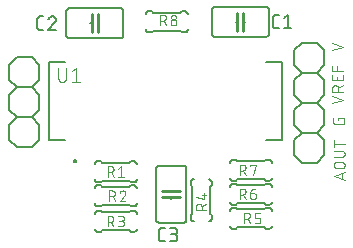
<source format=gbr>
G04 EAGLE Gerber RS-274X export*
G75*
%MOMM*%
%FSLAX34Y34*%
%LPD*%
%INSilkscreen Top*%
%IPPOS*%
%AMOC8*
5,1,8,0,0,1.08239X$1,22.5*%
G01*
%ADD10C,0.076200*%
%ADD11C,0.200000*%
%ADD12C,0.127000*%
%ADD13C,0.101600*%
%ADD14C,0.152400*%
%ADD15C,0.254000*%


D10*
X407584Y296918D02*
X416982Y300051D01*
X407584Y303184D01*
X417330Y255211D02*
X407932Y252079D01*
X407932Y258344D02*
X417330Y255211D01*
X417330Y262107D02*
X407932Y262107D01*
X407932Y264717D01*
X407931Y264717D02*
X407933Y264818D01*
X407939Y264919D01*
X407949Y265020D01*
X407962Y265120D01*
X407980Y265220D01*
X408001Y265319D01*
X408027Y265417D01*
X408056Y265514D01*
X408088Y265610D01*
X408125Y265704D01*
X408165Y265797D01*
X408209Y265889D01*
X408256Y265978D01*
X408307Y266066D01*
X408361Y266152D01*
X408418Y266235D01*
X408478Y266317D01*
X408542Y266395D01*
X408608Y266472D01*
X408678Y266545D01*
X408750Y266616D01*
X408825Y266684D01*
X408903Y266749D01*
X408983Y266811D01*
X409065Y266870D01*
X409150Y266926D01*
X409237Y266978D01*
X409325Y267027D01*
X409416Y267073D01*
X409508Y267114D01*
X409602Y267153D01*
X409697Y267187D01*
X409793Y267218D01*
X409891Y267245D01*
X409989Y267269D01*
X410089Y267288D01*
X410189Y267304D01*
X410289Y267316D01*
X410390Y267324D01*
X410491Y267328D01*
X410593Y267328D01*
X410694Y267324D01*
X410795Y267316D01*
X410895Y267304D01*
X410995Y267288D01*
X411095Y267269D01*
X411193Y267245D01*
X411291Y267218D01*
X411387Y267187D01*
X411482Y267153D01*
X411576Y267114D01*
X411668Y267073D01*
X411759Y267027D01*
X411848Y266978D01*
X411934Y266926D01*
X412019Y266870D01*
X412101Y266811D01*
X412181Y266749D01*
X412259Y266684D01*
X412334Y266616D01*
X412406Y266545D01*
X412476Y266472D01*
X412542Y266395D01*
X412606Y266317D01*
X412666Y266235D01*
X412723Y266152D01*
X412777Y266066D01*
X412828Y265978D01*
X412875Y265889D01*
X412919Y265797D01*
X412959Y265704D01*
X412996Y265610D01*
X413028Y265514D01*
X413057Y265417D01*
X413083Y265319D01*
X413104Y265220D01*
X413122Y265120D01*
X413135Y265020D01*
X413145Y264919D01*
X413151Y264818D01*
X413153Y264717D01*
X413153Y262107D01*
X413153Y265239D02*
X417330Y267328D01*
X417330Y271516D02*
X417330Y275693D01*
X417330Y271516D02*
X407932Y271516D01*
X407932Y275693D01*
X412109Y274648D02*
X412109Y271516D01*
X407932Y279440D02*
X417330Y279440D01*
X407932Y279440D02*
X407932Y283617D01*
X412109Y283617D02*
X412109Y279440D01*
X412976Y239467D02*
X412976Y237900D01*
X412976Y239467D02*
X418197Y239467D01*
X418197Y236334D01*
X418196Y236334D02*
X418194Y236245D01*
X418188Y236157D01*
X418179Y236069D01*
X418166Y235981D01*
X418149Y235894D01*
X418129Y235808D01*
X418104Y235723D01*
X418077Y235638D01*
X418045Y235555D01*
X418011Y235474D01*
X417972Y235394D01*
X417931Y235316D01*
X417886Y235239D01*
X417838Y235165D01*
X417787Y235092D01*
X417733Y235022D01*
X417675Y234955D01*
X417615Y234889D01*
X417553Y234827D01*
X417487Y234767D01*
X417420Y234709D01*
X417350Y234655D01*
X417277Y234604D01*
X417203Y234556D01*
X417126Y234511D01*
X417048Y234470D01*
X416968Y234431D01*
X416887Y234397D01*
X416804Y234365D01*
X416719Y234338D01*
X416634Y234313D01*
X416548Y234293D01*
X416461Y234276D01*
X416373Y234263D01*
X416285Y234254D01*
X416197Y234248D01*
X416108Y234246D01*
X410887Y234246D01*
X410887Y234245D02*
X410796Y234247D01*
X410705Y234253D01*
X410614Y234263D01*
X410524Y234277D01*
X410435Y234295D01*
X410346Y234316D01*
X410259Y234342D01*
X410173Y234371D01*
X410088Y234404D01*
X410004Y234441D01*
X409922Y234481D01*
X409843Y234525D01*
X409765Y234572D01*
X409689Y234623D01*
X409615Y234677D01*
X409544Y234734D01*
X409476Y234794D01*
X409410Y234857D01*
X409347Y234923D01*
X409287Y234991D01*
X409230Y235062D01*
X409176Y235136D01*
X409125Y235212D01*
X409078Y235289D01*
X409034Y235369D01*
X408994Y235451D01*
X408957Y235535D01*
X408924Y235619D01*
X408895Y235706D01*
X408869Y235793D01*
X408848Y235882D01*
X408830Y235971D01*
X408816Y236061D01*
X408806Y236152D01*
X408800Y236243D01*
X408798Y236334D01*
X408799Y236334D02*
X408799Y239467D01*
X409206Y190627D02*
X418604Y187494D01*
X418604Y193760D02*
X409206Y190627D01*
X416254Y192976D02*
X416254Y188277D01*
X415993Y197160D02*
X411816Y197160D01*
X411715Y197162D01*
X411614Y197168D01*
X411513Y197178D01*
X411413Y197191D01*
X411313Y197209D01*
X411214Y197230D01*
X411116Y197256D01*
X411019Y197285D01*
X410923Y197317D01*
X410829Y197354D01*
X410736Y197394D01*
X410644Y197438D01*
X410555Y197485D01*
X410467Y197536D01*
X410381Y197590D01*
X410298Y197647D01*
X410216Y197707D01*
X410138Y197771D01*
X410061Y197837D01*
X409988Y197907D01*
X409917Y197979D01*
X409849Y198054D01*
X409784Y198132D01*
X409722Y198212D01*
X409663Y198294D01*
X409607Y198379D01*
X409555Y198466D01*
X409506Y198554D01*
X409460Y198645D01*
X409419Y198737D01*
X409380Y198831D01*
X409346Y198926D01*
X409315Y199022D01*
X409288Y199120D01*
X409264Y199218D01*
X409245Y199318D01*
X409229Y199418D01*
X409217Y199518D01*
X409209Y199619D01*
X409205Y199720D01*
X409205Y199822D01*
X409209Y199923D01*
X409217Y200024D01*
X409229Y200124D01*
X409245Y200224D01*
X409264Y200324D01*
X409288Y200422D01*
X409315Y200520D01*
X409346Y200616D01*
X409380Y200711D01*
X409419Y200805D01*
X409460Y200897D01*
X409506Y200988D01*
X409555Y201077D01*
X409607Y201163D01*
X409663Y201248D01*
X409722Y201330D01*
X409784Y201410D01*
X409849Y201488D01*
X409917Y201563D01*
X409988Y201635D01*
X410061Y201705D01*
X410138Y201771D01*
X410216Y201835D01*
X410298Y201895D01*
X410381Y201952D01*
X410467Y202006D01*
X410555Y202057D01*
X410644Y202104D01*
X410736Y202148D01*
X410829Y202188D01*
X410923Y202225D01*
X411019Y202257D01*
X411116Y202286D01*
X411214Y202312D01*
X411313Y202333D01*
X411413Y202351D01*
X411513Y202364D01*
X411614Y202374D01*
X411715Y202380D01*
X411816Y202382D01*
X411816Y202381D02*
X415993Y202381D01*
X415993Y202382D02*
X416094Y202380D01*
X416195Y202374D01*
X416296Y202364D01*
X416396Y202351D01*
X416496Y202333D01*
X416595Y202312D01*
X416693Y202286D01*
X416790Y202257D01*
X416886Y202225D01*
X416980Y202188D01*
X417073Y202148D01*
X417165Y202104D01*
X417254Y202057D01*
X417342Y202006D01*
X417428Y201952D01*
X417511Y201895D01*
X417593Y201835D01*
X417671Y201771D01*
X417748Y201705D01*
X417821Y201635D01*
X417892Y201563D01*
X417960Y201488D01*
X418025Y201410D01*
X418087Y201330D01*
X418146Y201248D01*
X418202Y201163D01*
X418254Y201076D01*
X418303Y200988D01*
X418349Y200897D01*
X418390Y200805D01*
X418429Y200711D01*
X418463Y200616D01*
X418494Y200520D01*
X418521Y200422D01*
X418545Y200324D01*
X418564Y200224D01*
X418580Y200124D01*
X418592Y200024D01*
X418600Y199923D01*
X418604Y199822D01*
X418604Y199720D01*
X418600Y199619D01*
X418592Y199518D01*
X418580Y199418D01*
X418564Y199318D01*
X418545Y199218D01*
X418521Y199120D01*
X418494Y199022D01*
X418463Y198926D01*
X418429Y198831D01*
X418390Y198737D01*
X418349Y198645D01*
X418303Y198554D01*
X418254Y198465D01*
X418202Y198379D01*
X418146Y198294D01*
X418087Y198212D01*
X418025Y198132D01*
X417960Y198054D01*
X417892Y197979D01*
X417821Y197907D01*
X417748Y197837D01*
X417671Y197771D01*
X417593Y197707D01*
X417511Y197647D01*
X417428Y197590D01*
X417342Y197536D01*
X417254Y197485D01*
X417165Y197438D01*
X417073Y197394D01*
X416980Y197354D01*
X416886Y197317D01*
X416790Y197285D01*
X416693Y197256D01*
X416595Y197230D01*
X416496Y197209D01*
X416396Y197191D01*
X416296Y197178D01*
X416195Y197168D01*
X416094Y197162D01*
X415993Y197160D01*
X415993Y206609D02*
X409206Y206609D01*
X415993Y206609D02*
X416094Y206611D01*
X416195Y206617D01*
X416296Y206627D01*
X416396Y206640D01*
X416496Y206658D01*
X416595Y206679D01*
X416693Y206705D01*
X416790Y206734D01*
X416886Y206766D01*
X416980Y206803D01*
X417073Y206843D01*
X417165Y206887D01*
X417254Y206934D01*
X417342Y206985D01*
X417428Y207039D01*
X417511Y207096D01*
X417593Y207156D01*
X417671Y207220D01*
X417748Y207286D01*
X417821Y207356D01*
X417892Y207428D01*
X417960Y207503D01*
X418025Y207581D01*
X418087Y207661D01*
X418146Y207743D01*
X418202Y207828D01*
X418254Y207914D01*
X418303Y208003D01*
X418349Y208094D01*
X418390Y208186D01*
X418429Y208280D01*
X418463Y208375D01*
X418494Y208471D01*
X418521Y208569D01*
X418545Y208667D01*
X418564Y208767D01*
X418580Y208867D01*
X418592Y208967D01*
X418600Y209068D01*
X418604Y209169D01*
X418604Y209271D01*
X418600Y209372D01*
X418592Y209473D01*
X418580Y209573D01*
X418564Y209673D01*
X418545Y209773D01*
X418521Y209871D01*
X418494Y209969D01*
X418463Y210065D01*
X418429Y210160D01*
X418390Y210254D01*
X418349Y210346D01*
X418303Y210437D01*
X418254Y210525D01*
X418202Y210612D01*
X418146Y210697D01*
X418087Y210779D01*
X418025Y210859D01*
X417960Y210937D01*
X417892Y211012D01*
X417821Y211084D01*
X417748Y211154D01*
X417671Y211220D01*
X417593Y211284D01*
X417511Y211344D01*
X417428Y211401D01*
X417342Y211455D01*
X417254Y211506D01*
X417165Y211553D01*
X417073Y211597D01*
X416980Y211637D01*
X416886Y211674D01*
X416790Y211706D01*
X416693Y211735D01*
X416595Y211761D01*
X416496Y211782D01*
X416396Y211800D01*
X416296Y211813D01*
X416195Y211823D01*
X416094Y211829D01*
X415993Y211831D01*
X415993Y211830D02*
X409206Y211830D01*
X409206Y218059D02*
X418604Y218059D01*
X409206Y215448D02*
X409206Y220669D01*
D11*
X189500Y203450D02*
X189502Y203513D01*
X189508Y203575D01*
X189518Y203637D01*
X189531Y203699D01*
X189549Y203759D01*
X189570Y203818D01*
X189595Y203876D01*
X189624Y203932D01*
X189656Y203986D01*
X189691Y204038D01*
X189729Y204087D01*
X189771Y204135D01*
X189815Y204179D01*
X189863Y204221D01*
X189912Y204259D01*
X189964Y204294D01*
X190018Y204326D01*
X190074Y204355D01*
X190132Y204380D01*
X190191Y204401D01*
X190251Y204419D01*
X190313Y204432D01*
X190375Y204442D01*
X190437Y204448D01*
X190500Y204450D01*
X190563Y204448D01*
X190625Y204442D01*
X190687Y204432D01*
X190749Y204419D01*
X190809Y204401D01*
X190868Y204380D01*
X190926Y204355D01*
X190982Y204326D01*
X191036Y204294D01*
X191088Y204259D01*
X191137Y204221D01*
X191185Y204179D01*
X191229Y204135D01*
X191271Y204087D01*
X191309Y204038D01*
X191344Y203986D01*
X191376Y203932D01*
X191405Y203876D01*
X191430Y203818D01*
X191451Y203759D01*
X191469Y203699D01*
X191482Y203637D01*
X191492Y203575D01*
X191498Y203513D01*
X191500Y203450D01*
X191498Y203387D01*
X191492Y203325D01*
X191482Y203263D01*
X191469Y203201D01*
X191451Y203141D01*
X191430Y203082D01*
X191405Y203024D01*
X191376Y202968D01*
X191344Y202914D01*
X191309Y202862D01*
X191271Y202813D01*
X191229Y202765D01*
X191185Y202721D01*
X191137Y202679D01*
X191088Y202641D01*
X191036Y202606D01*
X190982Y202574D01*
X190926Y202545D01*
X190868Y202520D01*
X190809Y202499D01*
X190749Y202481D01*
X190687Y202468D01*
X190625Y202458D01*
X190563Y202452D01*
X190500Y202450D01*
X190437Y202452D01*
X190375Y202458D01*
X190313Y202468D01*
X190251Y202481D01*
X190191Y202499D01*
X190132Y202520D01*
X190074Y202545D01*
X190018Y202574D01*
X189964Y202606D01*
X189912Y202641D01*
X189863Y202679D01*
X189815Y202721D01*
X189771Y202765D01*
X189729Y202813D01*
X189691Y202862D01*
X189656Y202914D01*
X189624Y202968D01*
X189595Y203024D01*
X189570Y203082D01*
X189549Y203141D01*
X189531Y203201D01*
X189518Y203263D01*
X189508Y203325D01*
X189502Y203387D01*
X189500Y203450D01*
D12*
X181450Y221000D02*
X168250Y221000D01*
X168250Y287000D01*
X181450Y287000D01*
X351950Y287000D02*
X365150Y287000D01*
X365150Y221000D01*
X351950Y221000D01*
D13*
X176130Y273404D02*
X176130Y281842D01*
X176129Y273404D02*
X176131Y273291D01*
X176137Y273178D01*
X176147Y273065D01*
X176161Y272952D01*
X176178Y272840D01*
X176200Y272729D01*
X176225Y272619D01*
X176255Y272509D01*
X176288Y272401D01*
X176325Y272294D01*
X176365Y272188D01*
X176410Y272084D01*
X176458Y271981D01*
X176509Y271880D01*
X176564Y271781D01*
X176622Y271684D01*
X176684Y271589D01*
X176749Y271496D01*
X176817Y271406D01*
X176888Y271318D01*
X176963Y271232D01*
X177040Y271149D01*
X177120Y271069D01*
X177203Y270992D01*
X177289Y270917D01*
X177377Y270846D01*
X177467Y270778D01*
X177560Y270713D01*
X177655Y270651D01*
X177752Y270593D01*
X177851Y270538D01*
X177952Y270487D01*
X178055Y270439D01*
X178159Y270394D01*
X178265Y270354D01*
X178372Y270317D01*
X178480Y270284D01*
X178590Y270254D01*
X178700Y270229D01*
X178811Y270207D01*
X178923Y270190D01*
X179036Y270176D01*
X179149Y270166D01*
X179262Y270160D01*
X179375Y270158D01*
X179488Y270160D01*
X179601Y270166D01*
X179714Y270176D01*
X179827Y270190D01*
X179939Y270207D01*
X180050Y270229D01*
X180160Y270254D01*
X180270Y270284D01*
X180378Y270317D01*
X180485Y270354D01*
X180591Y270394D01*
X180695Y270439D01*
X180798Y270487D01*
X180899Y270538D01*
X180998Y270593D01*
X181095Y270651D01*
X181190Y270713D01*
X181283Y270778D01*
X181373Y270846D01*
X181461Y270917D01*
X181547Y270992D01*
X181630Y271069D01*
X181710Y271149D01*
X181787Y271232D01*
X181862Y271318D01*
X181933Y271406D01*
X182001Y271496D01*
X182066Y271589D01*
X182128Y271684D01*
X182186Y271781D01*
X182241Y271880D01*
X182292Y271981D01*
X182340Y272084D01*
X182385Y272188D01*
X182425Y272294D01*
X182462Y272401D01*
X182495Y272509D01*
X182525Y272619D01*
X182550Y272729D01*
X182572Y272840D01*
X182589Y272952D01*
X182603Y273065D01*
X182613Y273178D01*
X182619Y273291D01*
X182621Y273404D01*
X182621Y281842D01*
X187941Y279246D02*
X191186Y281842D01*
X191186Y270158D01*
X187941Y270158D02*
X194432Y270158D01*
D14*
X209550Y203200D02*
X209450Y203198D01*
X209351Y203192D01*
X209251Y203182D01*
X209153Y203169D01*
X209054Y203151D01*
X208957Y203130D01*
X208861Y203105D01*
X208765Y203076D01*
X208671Y203043D01*
X208578Y203007D01*
X208487Y202967D01*
X208397Y202923D01*
X208309Y202876D01*
X208223Y202826D01*
X208139Y202772D01*
X208057Y202715D01*
X207978Y202655D01*
X207900Y202591D01*
X207826Y202525D01*
X207754Y202456D01*
X207685Y202384D01*
X207619Y202310D01*
X207555Y202232D01*
X207495Y202153D01*
X207438Y202071D01*
X207384Y201987D01*
X207334Y201901D01*
X207287Y201813D01*
X207243Y201723D01*
X207203Y201632D01*
X207167Y201539D01*
X207134Y201445D01*
X207105Y201349D01*
X207080Y201253D01*
X207059Y201156D01*
X207041Y201057D01*
X207028Y200959D01*
X207018Y200859D01*
X207012Y200760D01*
X207010Y200660D01*
X207010Y187960D02*
X207012Y187860D01*
X207018Y187761D01*
X207028Y187661D01*
X207041Y187563D01*
X207059Y187464D01*
X207080Y187367D01*
X207105Y187271D01*
X207134Y187175D01*
X207167Y187081D01*
X207203Y186988D01*
X207243Y186897D01*
X207287Y186807D01*
X207334Y186719D01*
X207384Y186633D01*
X207438Y186549D01*
X207495Y186467D01*
X207555Y186388D01*
X207619Y186310D01*
X207685Y186236D01*
X207754Y186164D01*
X207826Y186095D01*
X207900Y186029D01*
X207978Y185965D01*
X208057Y185905D01*
X208139Y185848D01*
X208223Y185794D01*
X208309Y185744D01*
X208397Y185697D01*
X208487Y185653D01*
X208578Y185613D01*
X208671Y185577D01*
X208765Y185544D01*
X208861Y185515D01*
X208957Y185490D01*
X209054Y185469D01*
X209153Y185451D01*
X209251Y185438D01*
X209351Y185428D01*
X209450Y185422D01*
X209550Y185420D01*
X240030Y185420D02*
X240130Y185422D01*
X240229Y185428D01*
X240329Y185438D01*
X240427Y185451D01*
X240526Y185469D01*
X240623Y185490D01*
X240719Y185515D01*
X240815Y185544D01*
X240909Y185577D01*
X241002Y185613D01*
X241093Y185653D01*
X241183Y185697D01*
X241271Y185744D01*
X241357Y185794D01*
X241441Y185848D01*
X241523Y185905D01*
X241602Y185965D01*
X241680Y186029D01*
X241754Y186095D01*
X241826Y186164D01*
X241895Y186236D01*
X241961Y186310D01*
X242025Y186388D01*
X242085Y186467D01*
X242142Y186549D01*
X242196Y186633D01*
X242246Y186719D01*
X242293Y186807D01*
X242337Y186897D01*
X242377Y186988D01*
X242413Y187081D01*
X242446Y187175D01*
X242475Y187271D01*
X242500Y187367D01*
X242521Y187464D01*
X242539Y187563D01*
X242552Y187661D01*
X242562Y187761D01*
X242568Y187860D01*
X242570Y187960D01*
X242570Y200660D02*
X242568Y200760D01*
X242562Y200859D01*
X242552Y200959D01*
X242539Y201057D01*
X242521Y201156D01*
X242500Y201253D01*
X242475Y201349D01*
X242446Y201445D01*
X242413Y201539D01*
X242377Y201632D01*
X242337Y201723D01*
X242293Y201813D01*
X242246Y201901D01*
X242196Y201987D01*
X242142Y202071D01*
X242085Y202153D01*
X242025Y202232D01*
X241961Y202310D01*
X241895Y202384D01*
X241826Y202456D01*
X241754Y202525D01*
X241680Y202591D01*
X241602Y202655D01*
X241523Y202715D01*
X241441Y202772D01*
X241357Y202826D01*
X241271Y202876D01*
X241183Y202923D01*
X241093Y202967D01*
X241002Y203007D01*
X240909Y203043D01*
X240815Y203076D01*
X240719Y203105D01*
X240623Y203130D01*
X240526Y203151D01*
X240427Y203169D01*
X240329Y203182D01*
X240229Y203192D01*
X240130Y203198D01*
X240030Y203200D01*
X212090Y203200D02*
X209550Y203200D01*
X212090Y203200D02*
X213360Y201930D01*
X212090Y185420D02*
X209550Y185420D01*
X212090Y185420D02*
X213360Y186690D01*
X236220Y201930D02*
X237490Y203200D01*
X236220Y201930D02*
X213360Y201930D01*
X236220Y186690D02*
X237490Y185420D01*
X236220Y186690D02*
X213360Y186690D01*
X237490Y203200D02*
X240030Y203200D01*
X240030Y185420D02*
X237490Y185420D01*
D13*
X217932Y189992D02*
X217932Y198882D01*
X220401Y198882D01*
X220499Y198880D01*
X220597Y198874D01*
X220695Y198864D01*
X220792Y198851D01*
X220889Y198833D01*
X220985Y198812D01*
X221079Y198787D01*
X221173Y198758D01*
X221266Y198726D01*
X221357Y198689D01*
X221447Y198650D01*
X221535Y198606D01*
X221621Y198559D01*
X221706Y198509D01*
X221788Y198456D01*
X221868Y198399D01*
X221946Y198339D01*
X222021Y198276D01*
X222094Y198210D01*
X222164Y198141D01*
X222231Y198070D01*
X222296Y197996D01*
X222357Y197919D01*
X222416Y197840D01*
X222471Y197759D01*
X222523Y197676D01*
X222571Y197590D01*
X222616Y197503D01*
X222658Y197414D01*
X222696Y197324D01*
X222730Y197232D01*
X222761Y197139D01*
X222788Y197044D01*
X222811Y196949D01*
X222831Y196852D01*
X222846Y196756D01*
X222858Y196658D01*
X222866Y196560D01*
X222870Y196462D01*
X222870Y196364D01*
X222866Y196266D01*
X222858Y196168D01*
X222846Y196070D01*
X222831Y195974D01*
X222811Y195877D01*
X222788Y195782D01*
X222761Y195687D01*
X222730Y195594D01*
X222696Y195502D01*
X222658Y195412D01*
X222616Y195323D01*
X222571Y195236D01*
X222523Y195150D01*
X222471Y195067D01*
X222416Y194986D01*
X222357Y194907D01*
X222296Y194830D01*
X222231Y194756D01*
X222164Y194685D01*
X222094Y194616D01*
X222021Y194550D01*
X221946Y194487D01*
X221868Y194427D01*
X221788Y194370D01*
X221706Y194317D01*
X221621Y194267D01*
X221535Y194220D01*
X221447Y194176D01*
X221357Y194137D01*
X221266Y194100D01*
X221173Y194068D01*
X221079Y194039D01*
X220985Y194014D01*
X220889Y193993D01*
X220792Y193975D01*
X220695Y193962D01*
X220597Y193952D01*
X220499Y193946D01*
X220401Y193944D01*
X220401Y193943D02*
X217932Y193943D01*
X220895Y193943D02*
X222871Y189992D01*
X226782Y196906D02*
X229251Y198882D01*
X229251Y189992D01*
X226782Y189992D02*
X231721Y189992D01*
D14*
X242570Y167640D02*
X242568Y167540D01*
X242562Y167441D01*
X242552Y167341D01*
X242539Y167243D01*
X242521Y167144D01*
X242500Y167047D01*
X242475Y166951D01*
X242446Y166855D01*
X242413Y166761D01*
X242377Y166668D01*
X242337Y166577D01*
X242293Y166487D01*
X242246Y166399D01*
X242196Y166313D01*
X242142Y166229D01*
X242085Y166147D01*
X242025Y166068D01*
X241961Y165990D01*
X241895Y165916D01*
X241826Y165844D01*
X241754Y165775D01*
X241680Y165709D01*
X241602Y165645D01*
X241523Y165585D01*
X241441Y165528D01*
X241357Y165474D01*
X241271Y165424D01*
X241183Y165377D01*
X241093Y165333D01*
X241002Y165293D01*
X240909Y165257D01*
X240815Y165224D01*
X240719Y165195D01*
X240623Y165170D01*
X240526Y165149D01*
X240427Y165131D01*
X240329Y165118D01*
X240229Y165108D01*
X240130Y165102D01*
X240030Y165100D01*
X242570Y180340D02*
X242568Y180440D01*
X242562Y180539D01*
X242552Y180639D01*
X242539Y180737D01*
X242521Y180836D01*
X242500Y180933D01*
X242475Y181029D01*
X242446Y181125D01*
X242413Y181219D01*
X242377Y181312D01*
X242337Y181403D01*
X242293Y181493D01*
X242246Y181581D01*
X242196Y181667D01*
X242142Y181751D01*
X242085Y181833D01*
X242025Y181912D01*
X241961Y181990D01*
X241895Y182064D01*
X241826Y182136D01*
X241754Y182205D01*
X241680Y182271D01*
X241602Y182335D01*
X241523Y182395D01*
X241441Y182452D01*
X241357Y182506D01*
X241271Y182556D01*
X241183Y182603D01*
X241093Y182647D01*
X241002Y182687D01*
X240909Y182723D01*
X240815Y182756D01*
X240719Y182785D01*
X240623Y182810D01*
X240526Y182831D01*
X240427Y182849D01*
X240329Y182862D01*
X240229Y182872D01*
X240130Y182878D01*
X240030Y182880D01*
X209550Y182880D02*
X209450Y182878D01*
X209351Y182872D01*
X209251Y182862D01*
X209153Y182849D01*
X209054Y182831D01*
X208957Y182810D01*
X208861Y182785D01*
X208765Y182756D01*
X208671Y182723D01*
X208578Y182687D01*
X208487Y182647D01*
X208397Y182603D01*
X208309Y182556D01*
X208223Y182506D01*
X208139Y182452D01*
X208057Y182395D01*
X207978Y182335D01*
X207900Y182271D01*
X207826Y182205D01*
X207754Y182136D01*
X207685Y182064D01*
X207619Y181990D01*
X207555Y181912D01*
X207495Y181833D01*
X207438Y181751D01*
X207384Y181667D01*
X207334Y181581D01*
X207287Y181493D01*
X207243Y181403D01*
X207203Y181312D01*
X207167Y181219D01*
X207134Y181125D01*
X207105Y181029D01*
X207080Y180933D01*
X207059Y180836D01*
X207041Y180737D01*
X207028Y180639D01*
X207018Y180539D01*
X207012Y180440D01*
X207010Y180340D01*
X207010Y167640D02*
X207012Y167540D01*
X207018Y167441D01*
X207028Y167341D01*
X207041Y167243D01*
X207059Y167144D01*
X207080Y167047D01*
X207105Y166951D01*
X207134Y166855D01*
X207167Y166761D01*
X207203Y166668D01*
X207243Y166577D01*
X207287Y166487D01*
X207334Y166399D01*
X207384Y166313D01*
X207438Y166229D01*
X207495Y166147D01*
X207555Y166068D01*
X207619Y165990D01*
X207685Y165916D01*
X207754Y165844D01*
X207826Y165775D01*
X207900Y165709D01*
X207978Y165645D01*
X208057Y165585D01*
X208139Y165528D01*
X208223Y165474D01*
X208309Y165424D01*
X208397Y165377D01*
X208487Y165333D01*
X208578Y165293D01*
X208671Y165257D01*
X208765Y165224D01*
X208861Y165195D01*
X208957Y165170D01*
X209054Y165149D01*
X209153Y165131D01*
X209251Y165118D01*
X209351Y165108D01*
X209450Y165102D01*
X209550Y165100D01*
X237490Y165100D02*
X240030Y165100D01*
X237490Y165100D02*
X236220Y166370D01*
X237490Y182880D02*
X240030Y182880D01*
X237490Y182880D02*
X236220Y181610D01*
X213360Y166370D02*
X212090Y165100D01*
X213360Y166370D02*
X236220Y166370D01*
X213360Y181610D02*
X212090Y182880D01*
X213360Y181610D02*
X236220Y181610D01*
X212090Y165100D02*
X209550Y165100D01*
X209550Y182880D02*
X212090Y182880D01*
D13*
X219129Y178308D02*
X219129Y169418D01*
X219129Y178308D02*
X221599Y178308D01*
X221697Y178306D01*
X221795Y178300D01*
X221893Y178290D01*
X221990Y178277D01*
X222087Y178259D01*
X222183Y178238D01*
X222277Y178213D01*
X222371Y178184D01*
X222464Y178152D01*
X222555Y178115D01*
X222645Y178076D01*
X222733Y178032D01*
X222819Y177985D01*
X222904Y177935D01*
X222986Y177882D01*
X223066Y177825D01*
X223144Y177765D01*
X223219Y177702D01*
X223292Y177636D01*
X223362Y177567D01*
X223429Y177496D01*
X223494Y177422D01*
X223555Y177345D01*
X223614Y177266D01*
X223669Y177185D01*
X223721Y177102D01*
X223769Y177016D01*
X223814Y176929D01*
X223856Y176840D01*
X223894Y176750D01*
X223928Y176658D01*
X223959Y176565D01*
X223986Y176470D01*
X224009Y176375D01*
X224029Y176278D01*
X224044Y176182D01*
X224056Y176084D01*
X224064Y175986D01*
X224068Y175888D01*
X224068Y175790D01*
X224064Y175692D01*
X224056Y175594D01*
X224044Y175496D01*
X224029Y175400D01*
X224009Y175303D01*
X223986Y175208D01*
X223959Y175113D01*
X223928Y175020D01*
X223894Y174928D01*
X223856Y174838D01*
X223814Y174749D01*
X223769Y174662D01*
X223721Y174576D01*
X223669Y174493D01*
X223614Y174412D01*
X223555Y174333D01*
X223494Y174256D01*
X223429Y174182D01*
X223362Y174111D01*
X223292Y174042D01*
X223219Y173976D01*
X223144Y173913D01*
X223066Y173853D01*
X222986Y173796D01*
X222904Y173743D01*
X222819Y173693D01*
X222733Y173646D01*
X222645Y173602D01*
X222555Y173563D01*
X222464Y173526D01*
X222371Y173494D01*
X222277Y173465D01*
X222183Y173440D01*
X222087Y173419D01*
X221990Y173401D01*
X221893Y173388D01*
X221795Y173378D01*
X221697Y173372D01*
X221599Y173370D01*
X221599Y173369D02*
X219129Y173369D01*
X222093Y173369D02*
X224068Y169418D01*
X232919Y176086D02*
X232917Y176178D01*
X232911Y176270D01*
X232902Y176361D01*
X232889Y176452D01*
X232872Y176542D01*
X232851Y176632D01*
X232827Y176720D01*
X232799Y176808D01*
X232767Y176894D01*
X232732Y176979D01*
X232693Y177062D01*
X232651Y177144D01*
X232606Y177224D01*
X232557Y177302D01*
X232505Y177378D01*
X232450Y177451D01*
X232392Y177523D01*
X232332Y177592D01*
X232268Y177658D01*
X232202Y177722D01*
X232133Y177782D01*
X232061Y177840D01*
X231988Y177895D01*
X231912Y177947D01*
X231834Y177996D01*
X231754Y178041D01*
X231672Y178083D01*
X231589Y178122D01*
X231504Y178157D01*
X231418Y178189D01*
X231330Y178217D01*
X231242Y178241D01*
X231152Y178262D01*
X231062Y178279D01*
X230971Y178292D01*
X230880Y178301D01*
X230788Y178307D01*
X230696Y178309D01*
X230696Y178308D02*
X230590Y178306D01*
X230485Y178300D01*
X230380Y178290D01*
X230275Y178277D01*
X230171Y178259D01*
X230068Y178238D01*
X229965Y178213D01*
X229863Y178184D01*
X229763Y178151D01*
X229664Y178115D01*
X229566Y178075D01*
X229470Y178031D01*
X229375Y177984D01*
X229283Y177934D01*
X229192Y177880D01*
X229103Y177822D01*
X229017Y177762D01*
X228933Y177698D01*
X228851Y177632D01*
X228771Y177562D01*
X228695Y177489D01*
X228621Y177414D01*
X228550Y177336D01*
X228482Y177255D01*
X228416Y177172D01*
X228354Y177086D01*
X228296Y176999D01*
X228240Y176909D01*
X228188Y176817D01*
X228139Y176723D01*
X228094Y176628D01*
X228052Y176531D01*
X228014Y176432D01*
X227980Y176333D01*
X232177Y174357D02*
X232246Y174426D01*
X232312Y174496D01*
X232375Y174570D01*
X232434Y174646D01*
X232491Y174724D01*
X232545Y174804D01*
X232595Y174887D01*
X232642Y174971D01*
X232685Y175058D01*
X232725Y175146D01*
X232761Y175235D01*
X232794Y175326D01*
X232823Y175418D01*
X232848Y175512D01*
X232869Y175606D01*
X232887Y175701D01*
X232900Y175797D01*
X232910Y175893D01*
X232916Y175989D01*
X232918Y176086D01*
X232177Y174357D02*
X227979Y169418D01*
X232918Y169418D01*
D14*
X242570Y146050D02*
X242568Y145950D01*
X242562Y145851D01*
X242552Y145751D01*
X242539Y145653D01*
X242521Y145554D01*
X242500Y145457D01*
X242475Y145361D01*
X242446Y145265D01*
X242413Y145171D01*
X242377Y145078D01*
X242337Y144987D01*
X242293Y144897D01*
X242246Y144809D01*
X242196Y144723D01*
X242142Y144639D01*
X242085Y144557D01*
X242025Y144478D01*
X241961Y144400D01*
X241895Y144326D01*
X241826Y144254D01*
X241754Y144185D01*
X241680Y144119D01*
X241602Y144055D01*
X241523Y143995D01*
X241441Y143938D01*
X241357Y143884D01*
X241271Y143834D01*
X241183Y143787D01*
X241093Y143743D01*
X241002Y143703D01*
X240909Y143667D01*
X240815Y143634D01*
X240719Y143605D01*
X240623Y143580D01*
X240526Y143559D01*
X240427Y143541D01*
X240329Y143528D01*
X240229Y143518D01*
X240130Y143512D01*
X240030Y143510D01*
X242570Y158750D02*
X242568Y158850D01*
X242562Y158949D01*
X242552Y159049D01*
X242539Y159147D01*
X242521Y159246D01*
X242500Y159343D01*
X242475Y159439D01*
X242446Y159535D01*
X242413Y159629D01*
X242377Y159722D01*
X242337Y159813D01*
X242293Y159903D01*
X242246Y159991D01*
X242196Y160077D01*
X242142Y160161D01*
X242085Y160243D01*
X242025Y160322D01*
X241961Y160400D01*
X241895Y160474D01*
X241826Y160546D01*
X241754Y160615D01*
X241680Y160681D01*
X241602Y160745D01*
X241523Y160805D01*
X241441Y160862D01*
X241357Y160916D01*
X241271Y160966D01*
X241183Y161013D01*
X241093Y161057D01*
X241002Y161097D01*
X240909Y161133D01*
X240815Y161166D01*
X240719Y161195D01*
X240623Y161220D01*
X240526Y161241D01*
X240427Y161259D01*
X240329Y161272D01*
X240229Y161282D01*
X240130Y161288D01*
X240030Y161290D01*
X209550Y161290D02*
X209450Y161288D01*
X209351Y161282D01*
X209251Y161272D01*
X209153Y161259D01*
X209054Y161241D01*
X208957Y161220D01*
X208861Y161195D01*
X208765Y161166D01*
X208671Y161133D01*
X208578Y161097D01*
X208487Y161057D01*
X208397Y161013D01*
X208309Y160966D01*
X208223Y160916D01*
X208139Y160862D01*
X208057Y160805D01*
X207978Y160745D01*
X207900Y160681D01*
X207826Y160615D01*
X207754Y160546D01*
X207685Y160474D01*
X207619Y160400D01*
X207555Y160322D01*
X207495Y160243D01*
X207438Y160161D01*
X207384Y160077D01*
X207334Y159991D01*
X207287Y159903D01*
X207243Y159813D01*
X207203Y159722D01*
X207167Y159629D01*
X207134Y159535D01*
X207105Y159439D01*
X207080Y159343D01*
X207059Y159246D01*
X207041Y159147D01*
X207028Y159049D01*
X207018Y158949D01*
X207012Y158850D01*
X207010Y158750D01*
X207010Y146050D02*
X207012Y145950D01*
X207018Y145851D01*
X207028Y145751D01*
X207041Y145653D01*
X207059Y145554D01*
X207080Y145457D01*
X207105Y145361D01*
X207134Y145265D01*
X207167Y145171D01*
X207203Y145078D01*
X207243Y144987D01*
X207287Y144897D01*
X207334Y144809D01*
X207384Y144723D01*
X207438Y144639D01*
X207495Y144557D01*
X207555Y144478D01*
X207619Y144400D01*
X207685Y144326D01*
X207754Y144254D01*
X207826Y144185D01*
X207900Y144119D01*
X207978Y144055D01*
X208057Y143995D01*
X208139Y143938D01*
X208223Y143884D01*
X208309Y143834D01*
X208397Y143787D01*
X208487Y143743D01*
X208578Y143703D01*
X208671Y143667D01*
X208765Y143634D01*
X208861Y143605D01*
X208957Y143580D01*
X209054Y143559D01*
X209153Y143541D01*
X209251Y143528D01*
X209351Y143518D01*
X209450Y143512D01*
X209550Y143510D01*
X237490Y143510D02*
X240030Y143510D01*
X237490Y143510D02*
X236220Y144780D01*
X237490Y161290D02*
X240030Y161290D01*
X237490Y161290D02*
X236220Y160020D01*
X213360Y144780D02*
X212090Y143510D01*
X213360Y144780D02*
X236220Y144780D01*
X213360Y160020D02*
X212090Y161290D01*
X213360Y160020D02*
X236220Y160020D01*
X212090Y143510D02*
X209550Y143510D01*
X209550Y161290D02*
X212090Y161290D01*
D13*
X217859Y156718D02*
X217859Y147828D01*
X217859Y156718D02*
X220329Y156718D01*
X220427Y156716D01*
X220525Y156710D01*
X220623Y156700D01*
X220720Y156687D01*
X220817Y156669D01*
X220913Y156648D01*
X221007Y156623D01*
X221101Y156594D01*
X221194Y156562D01*
X221285Y156525D01*
X221375Y156486D01*
X221463Y156442D01*
X221549Y156395D01*
X221634Y156345D01*
X221716Y156292D01*
X221796Y156235D01*
X221874Y156175D01*
X221949Y156112D01*
X222022Y156046D01*
X222092Y155977D01*
X222159Y155906D01*
X222224Y155832D01*
X222285Y155755D01*
X222344Y155676D01*
X222399Y155595D01*
X222451Y155512D01*
X222499Y155426D01*
X222544Y155339D01*
X222586Y155250D01*
X222624Y155160D01*
X222658Y155068D01*
X222689Y154975D01*
X222716Y154880D01*
X222739Y154785D01*
X222759Y154688D01*
X222774Y154592D01*
X222786Y154494D01*
X222794Y154396D01*
X222798Y154298D01*
X222798Y154200D01*
X222794Y154102D01*
X222786Y154004D01*
X222774Y153906D01*
X222759Y153810D01*
X222739Y153713D01*
X222716Y153618D01*
X222689Y153523D01*
X222658Y153430D01*
X222624Y153338D01*
X222586Y153248D01*
X222544Y153159D01*
X222499Y153072D01*
X222451Y152986D01*
X222399Y152903D01*
X222344Y152822D01*
X222285Y152743D01*
X222224Y152666D01*
X222159Y152592D01*
X222092Y152521D01*
X222022Y152452D01*
X221949Y152386D01*
X221874Y152323D01*
X221796Y152263D01*
X221716Y152206D01*
X221634Y152153D01*
X221549Y152103D01*
X221463Y152056D01*
X221375Y152012D01*
X221285Y151973D01*
X221194Y151936D01*
X221101Y151904D01*
X221007Y151875D01*
X220913Y151850D01*
X220817Y151829D01*
X220720Y151811D01*
X220623Y151798D01*
X220525Y151788D01*
X220427Y151782D01*
X220329Y151780D01*
X220329Y151779D02*
X217859Y151779D01*
X220823Y151779D02*
X222798Y147828D01*
X226709Y147828D02*
X229179Y147828D01*
X229277Y147830D01*
X229375Y147836D01*
X229473Y147846D01*
X229570Y147859D01*
X229667Y147877D01*
X229763Y147898D01*
X229857Y147923D01*
X229951Y147952D01*
X230044Y147984D01*
X230135Y148021D01*
X230225Y148060D01*
X230313Y148104D01*
X230399Y148151D01*
X230484Y148201D01*
X230566Y148254D01*
X230646Y148311D01*
X230724Y148371D01*
X230799Y148434D01*
X230872Y148500D01*
X230942Y148569D01*
X231009Y148640D01*
X231074Y148714D01*
X231135Y148791D01*
X231194Y148870D01*
X231249Y148951D01*
X231301Y149034D01*
X231349Y149120D01*
X231394Y149207D01*
X231436Y149296D01*
X231474Y149386D01*
X231508Y149478D01*
X231539Y149571D01*
X231566Y149666D01*
X231589Y149761D01*
X231609Y149858D01*
X231624Y149954D01*
X231636Y150052D01*
X231644Y150150D01*
X231648Y150248D01*
X231648Y150346D01*
X231644Y150444D01*
X231636Y150542D01*
X231624Y150640D01*
X231609Y150736D01*
X231589Y150833D01*
X231566Y150928D01*
X231539Y151023D01*
X231508Y151116D01*
X231474Y151208D01*
X231436Y151298D01*
X231394Y151387D01*
X231349Y151474D01*
X231301Y151560D01*
X231249Y151643D01*
X231194Y151724D01*
X231135Y151803D01*
X231074Y151880D01*
X231009Y151954D01*
X230942Y152025D01*
X230872Y152094D01*
X230799Y152160D01*
X230724Y152223D01*
X230646Y152283D01*
X230566Y152340D01*
X230484Y152393D01*
X230399Y152443D01*
X230313Y152490D01*
X230225Y152534D01*
X230135Y152573D01*
X230044Y152610D01*
X229951Y152642D01*
X229857Y152671D01*
X229763Y152696D01*
X229667Y152717D01*
X229570Y152735D01*
X229473Y152748D01*
X229375Y152758D01*
X229277Y152764D01*
X229179Y152766D01*
X229672Y156718D02*
X226709Y156718D01*
X229672Y156718D02*
X229759Y156716D01*
X229847Y156710D01*
X229934Y156701D01*
X230020Y156687D01*
X230106Y156670D01*
X230190Y156649D01*
X230274Y156624D01*
X230357Y156595D01*
X230438Y156563D01*
X230518Y156528D01*
X230596Y156489D01*
X230673Y156446D01*
X230747Y156400D01*
X230819Y156351D01*
X230889Y156299D01*
X230957Y156243D01*
X231022Y156185D01*
X231085Y156124D01*
X231144Y156060D01*
X231201Y155993D01*
X231255Y155925D01*
X231306Y155853D01*
X231353Y155780D01*
X231398Y155705D01*
X231439Y155627D01*
X231476Y155548D01*
X231510Y155468D01*
X231540Y155386D01*
X231567Y155303D01*
X231590Y155218D01*
X231609Y155133D01*
X231624Y155047D01*
X231636Y154960D01*
X231644Y154873D01*
X231648Y154786D01*
X231648Y154698D01*
X231644Y154611D01*
X231636Y154524D01*
X231624Y154437D01*
X231609Y154351D01*
X231590Y154266D01*
X231567Y154181D01*
X231540Y154098D01*
X231510Y154016D01*
X231476Y153936D01*
X231439Y153857D01*
X231398Y153779D01*
X231353Y153704D01*
X231306Y153631D01*
X231255Y153559D01*
X231201Y153491D01*
X231144Y153424D01*
X231085Y153360D01*
X231022Y153299D01*
X230957Y153241D01*
X230889Y153185D01*
X230819Y153133D01*
X230747Y153084D01*
X230673Y153038D01*
X230596Y152995D01*
X230518Y152956D01*
X230438Y152921D01*
X230357Y152889D01*
X230274Y152860D01*
X230190Y152835D01*
X230106Y152814D01*
X230020Y152797D01*
X229934Y152783D01*
X229847Y152774D01*
X229759Y152768D01*
X229672Y152766D01*
X229672Y152767D02*
X227697Y152767D01*
D14*
X288290Y154940D02*
X288292Y154840D01*
X288298Y154741D01*
X288308Y154641D01*
X288321Y154543D01*
X288339Y154444D01*
X288360Y154347D01*
X288385Y154251D01*
X288414Y154155D01*
X288447Y154061D01*
X288483Y153968D01*
X288523Y153877D01*
X288567Y153787D01*
X288614Y153699D01*
X288664Y153613D01*
X288718Y153529D01*
X288775Y153447D01*
X288835Y153368D01*
X288899Y153290D01*
X288965Y153216D01*
X289034Y153144D01*
X289106Y153075D01*
X289180Y153009D01*
X289258Y152945D01*
X289337Y152885D01*
X289419Y152828D01*
X289503Y152774D01*
X289589Y152724D01*
X289677Y152677D01*
X289767Y152633D01*
X289858Y152593D01*
X289951Y152557D01*
X290045Y152524D01*
X290141Y152495D01*
X290237Y152470D01*
X290334Y152449D01*
X290433Y152431D01*
X290531Y152418D01*
X290631Y152408D01*
X290730Y152402D01*
X290830Y152400D01*
X303530Y152400D02*
X303630Y152402D01*
X303729Y152408D01*
X303829Y152418D01*
X303927Y152431D01*
X304026Y152449D01*
X304123Y152470D01*
X304219Y152495D01*
X304315Y152524D01*
X304409Y152557D01*
X304502Y152593D01*
X304593Y152633D01*
X304683Y152677D01*
X304771Y152724D01*
X304857Y152774D01*
X304941Y152828D01*
X305023Y152885D01*
X305102Y152945D01*
X305180Y153009D01*
X305254Y153075D01*
X305326Y153144D01*
X305395Y153216D01*
X305461Y153290D01*
X305525Y153368D01*
X305585Y153447D01*
X305642Y153529D01*
X305696Y153613D01*
X305746Y153699D01*
X305793Y153787D01*
X305837Y153877D01*
X305877Y153968D01*
X305913Y154061D01*
X305946Y154155D01*
X305975Y154251D01*
X306000Y154347D01*
X306021Y154444D01*
X306039Y154543D01*
X306052Y154641D01*
X306062Y154741D01*
X306068Y154840D01*
X306070Y154940D01*
X306070Y185420D02*
X306068Y185520D01*
X306062Y185619D01*
X306052Y185719D01*
X306039Y185817D01*
X306021Y185916D01*
X306000Y186013D01*
X305975Y186109D01*
X305946Y186205D01*
X305913Y186299D01*
X305877Y186392D01*
X305837Y186483D01*
X305793Y186573D01*
X305746Y186661D01*
X305696Y186747D01*
X305642Y186831D01*
X305585Y186913D01*
X305525Y186992D01*
X305461Y187070D01*
X305395Y187144D01*
X305326Y187216D01*
X305254Y187285D01*
X305180Y187351D01*
X305102Y187415D01*
X305023Y187475D01*
X304941Y187532D01*
X304857Y187586D01*
X304771Y187636D01*
X304683Y187683D01*
X304593Y187727D01*
X304502Y187767D01*
X304409Y187803D01*
X304315Y187836D01*
X304219Y187865D01*
X304123Y187890D01*
X304026Y187911D01*
X303927Y187929D01*
X303829Y187942D01*
X303729Y187952D01*
X303630Y187958D01*
X303530Y187960D01*
X290830Y187960D02*
X290730Y187958D01*
X290631Y187952D01*
X290531Y187942D01*
X290433Y187929D01*
X290334Y187911D01*
X290237Y187890D01*
X290141Y187865D01*
X290045Y187836D01*
X289951Y187803D01*
X289858Y187767D01*
X289767Y187727D01*
X289677Y187683D01*
X289589Y187636D01*
X289503Y187586D01*
X289419Y187532D01*
X289337Y187475D01*
X289258Y187415D01*
X289180Y187351D01*
X289106Y187285D01*
X289034Y187216D01*
X288965Y187144D01*
X288899Y187070D01*
X288835Y186992D01*
X288775Y186913D01*
X288718Y186831D01*
X288664Y186747D01*
X288614Y186661D01*
X288567Y186573D01*
X288523Y186483D01*
X288483Y186392D01*
X288447Y186299D01*
X288414Y186205D01*
X288385Y186109D01*
X288360Y186013D01*
X288339Y185916D01*
X288321Y185817D01*
X288308Y185719D01*
X288298Y185619D01*
X288292Y185520D01*
X288290Y185420D01*
X288290Y157480D02*
X288290Y154940D01*
X288290Y157480D02*
X289560Y158750D01*
X306070Y157480D02*
X306070Y154940D01*
X306070Y157480D02*
X304800Y158750D01*
X289560Y181610D02*
X288290Y182880D01*
X289560Y181610D02*
X289560Y158750D01*
X304800Y181610D02*
X306070Y182880D01*
X304800Y181610D02*
X304800Y158750D01*
X288290Y182880D02*
X288290Y185420D01*
X306070Y185420D02*
X306070Y182880D01*
D13*
X301498Y162052D02*
X292608Y162052D01*
X292608Y164521D01*
X292610Y164619D01*
X292616Y164717D01*
X292626Y164815D01*
X292639Y164912D01*
X292657Y165009D01*
X292678Y165105D01*
X292703Y165199D01*
X292732Y165293D01*
X292764Y165386D01*
X292801Y165477D01*
X292840Y165567D01*
X292884Y165655D01*
X292931Y165741D01*
X292981Y165826D01*
X293034Y165908D01*
X293091Y165988D01*
X293151Y166066D01*
X293214Y166141D01*
X293280Y166214D01*
X293349Y166284D01*
X293420Y166351D01*
X293494Y166416D01*
X293571Y166477D01*
X293650Y166536D01*
X293731Y166591D01*
X293814Y166643D01*
X293900Y166691D01*
X293987Y166736D01*
X294076Y166778D01*
X294166Y166816D01*
X294258Y166850D01*
X294351Y166881D01*
X294446Y166908D01*
X294541Y166931D01*
X294638Y166951D01*
X294734Y166966D01*
X294832Y166978D01*
X294930Y166986D01*
X295028Y166990D01*
X295126Y166990D01*
X295224Y166986D01*
X295322Y166978D01*
X295420Y166966D01*
X295516Y166951D01*
X295613Y166931D01*
X295708Y166908D01*
X295803Y166881D01*
X295896Y166850D01*
X295988Y166816D01*
X296078Y166778D01*
X296167Y166736D01*
X296254Y166691D01*
X296340Y166643D01*
X296423Y166591D01*
X296504Y166536D01*
X296583Y166477D01*
X296660Y166416D01*
X296734Y166351D01*
X296805Y166284D01*
X296874Y166214D01*
X296940Y166141D01*
X297003Y166066D01*
X297063Y165988D01*
X297120Y165908D01*
X297173Y165826D01*
X297223Y165741D01*
X297270Y165655D01*
X297314Y165567D01*
X297353Y165477D01*
X297390Y165386D01*
X297422Y165293D01*
X297451Y165199D01*
X297476Y165105D01*
X297497Y165009D01*
X297515Y164912D01*
X297528Y164815D01*
X297538Y164717D01*
X297544Y164619D01*
X297546Y164521D01*
X297547Y164521D02*
X297547Y162052D01*
X297547Y165015D02*
X301498Y166991D01*
X299522Y170902D02*
X292608Y172877D01*
X299522Y170902D02*
X299522Y175841D01*
X297547Y174359D02*
X301498Y174359D01*
D14*
X354330Y146050D02*
X354430Y146052D01*
X354529Y146058D01*
X354629Y146068D01*
X354727Y146081D01*
X354826Y146099D01*
X354923Y146120D01*
X355019Y146145D01*
X355115Y146174D01*
X355209Y146207D01*
X355302Y146243D01*
X355393Y146283D01*
X355483Y146327D01*
X355571Y146374D01*
X355657Y146424D01*
X355741Y146478D01*
X355823Y146535D01*
X355902Y146595D01*
X355980Y146659D01*
X356054Y146725D01*
X356126Y146794D01*
X356195Y146866D01*
X356261Y146940D01*
X356325Y147018D01*
X356385Y147097D01*
X356442Y147179D01*
X356496Y147263D01*
X356546Y147349D01*
X356593Y147437D01*
X356637Y147527D01*
X356677Y147618D01*
X356713Y147711D01*
X356746Y147805D01*
X356775Y147901D01*
X356800Y147997D01*
X356821Y148094D01*
X356839Y148193D01*
X356852Y148291D01*
X356862Y148391D01*
X356868Y148490D01*
X356870Y148590D01*
X356870Y161290D02*
X356868Y161390D01*
X356862Y161489D01*
X356852Y161589D01*
X356839Y161687D01*
X356821Y161786D01*
X356800Y161883D01*
X356775Y161979D01*
X356746Y162075D01*
X356713Y162169D01*
X356677Y162262D01*
X356637Y162353D01*
X356593Y162443D01*
X356546Y162531D01*
X356496Y162617D01*
X356442Y162701D01*
X356385Y162783D01*
X356325Y162862D01*
X356261Y162940D01*
X356195Y163014D01*
X356126Y163086D01*
X356054Y163155D01*
X355980Y163221D01*
X355902Y163285D01*
X355823Y163345D01*
X355741Y163402D01*
X355657Y163456D01*
X355571Y163506D01*
X355483Y163553D01*
X355393Y163597D01*
X355302Y163637D01*
X355209Y163673D01*
X355115Y163706D01*
X355019Y163735D01*
X354923Y163760D01*
X354826Y163781D01*
X354727Y163799D01*
X354629Y163812D01*
X354529Y163822D01*
X354430Y163828D01*
X354330Y163830D01*
X323850Y163830D02*
X323750Y163828D01*
X323651Y163822D01*
X323551Y163812D01*
X323453Y163799D01*
X323354Y163781D01*
X323257Y163760D01*
X323161Y163735D01*
X323065Y163706D01*
X322971Y163673D01*
X322878Y163637D01*
X322787Y163597D01*
X322697Y163553D01*
X322609Y163506D01*
X322523Y163456D01*
X322439Y163402D01*
X322357Y163345D01*
X322278Y163285D01*
X322200Y163221D01*
X322126Y163155D01*
X322054Y163086D01*
X321985Y163014D01*
X321919Y162940D01*
X321855Y162862D01*
X321795Y162783D01*
X321738Y162701D01*
X321684Y162617D01*
X321634Y162531D01*
X321587Y162443D01*
X321543Y162353D01*
X321503Y162262D01*
X321467Y162169D01*
X321434Y162075D01*
X321405Y161979D01*
X321380Y161883D01*
X321359Y161786D01*
X321341Y161687D01*
X321328Y161589D01*
X321318Y161489D01*
X321312Y161390D01*
X321310Y161290D01*
X321310Y148590D02*
X321312Y148490D01*
X321318Y148391D01*
X321328Y148291D01*
X321341Y148193D01*
X321359Y148094D01*
X321380Y147997D01*
X321405Y147901D01*
X321434Y147805D01*
X321467Y147711D01*
X321503Y147618D01*
X321543Y147527D01*
X321587Y147437D01*
X321634Y147349D01*
X321684Y147263D01*
X321738Y147179D01*
X321795Y147097D01*
X321855Y147018D01*
X321919Y146940D01*
X321985Y146866D01*
X322054Y146794D01*
X322126Y146725D01*
X322200Y146659D01*
X322278Y146595D01*
X322357Y146535D01*
X322439Y146478D01*
X322523Y146424D01*
X322609Y146374D01*
X322697Y146327D01*
X322787Y146283D01*
X322878Y146243D01*
X322971Y146207D01*
X323065Y146174D01*
X323161Y146145D01*
X323257Y146120D01*
X323354Y146099D01*
X323453Y146081D01*
X323551Y146068D01*
X323651Y146058D01*
X323750Y146052D01*
X323850Y146050D01*
X351790Y146050D02*
X354330Y146050D01*
X351790Y146050D02*
X350520Y147320D01*
X351790Y163830D02*
X354330Y163830D01*
X351790Y163830D02*
X350520Y162560D01*
X327660Y147320D02*
X326390Y146050D01*
X327660Y147320D02*
X350520Y147320D01*
X327660Y162560D02*
X326390Y163830D01*
X327660Y162560D02*
X350520Y162560D01*
X326390Y146050D02*
X323850Y146050D01*
X323850Y163830D02*
X326390Y163830D01*
D13*
X333429Y159258D02*
X333429Y150368D01*
X333429Y159258D02*
X335899Y159258D01*
X335997Y159256D01*
X336095Y159250D01*
X336193Y159240D01*
X336290Y159227D01*
X336387Y159209D01*
X336483Y159188D01*
X336577Y159163D01*
X336671Y159134D01*
X336764Y159102D01*
X336855Y159065D01*
X336945Y159026D01*
X337033Y158982D01*
X337119Y158935D01*
X337204Y158885D01*
X337286Y158832D01*
X337366Y158775D01*
X337444Y158715D01*
X337519Y158652D01*
X337592Y158586D01*
X337662Y158517D01*
X337729Y158446D01*
X337794Y158372D01*
X337855Y158295D01*
X337914Y158216D01*
X337969Y158135D01*
X338021Y158052D01*
X338069Y157966D01*
X338114Y157879D01*
X338156Y157790D01*
X338194Y157700D01*
X338228Y157608D01*
X338259Y157515D01*
X338286Y157420D01*
X338309Y157325D01*
X338329Y157228D01*
X338344Y157132D01*
X338356Y157034D01*
X338364Y156936D01*
X338368Y156838D01*
X338368Y156740D01*
X338364Y156642D01*
X338356Y156544D01*
X338344Y156446D01*
X338329Y156350D01*
X338309Y156253D01*
X338286Y156158D01*
X338259Y156063D01*
X338228Y155970D01*
X338194Y155878D01*
X338156Y155788D01*
X338114Y155699D01*
X338069Y155612D01*
X338021Y155526D01*
X337969Y155443D01*
X337914Y155362D01*
X337855Y155283D01*
X337794Y155206D01*
X337729Y155132D01*
X337662Y155061D01*
X337592Y154992D01*
X337519Y154926D01*
X337444Y154863D01*
X337366Y154803D01*
X337286Y154746D01*
X337204Y154693D01*
X337119Y154643D01*
X337033Y154596D01*
X336945Y154552D01*
X336855Y154513D01*
X336764Y154476D01*
X336671Y154444D01*
X336577Y154415D01*
X336483Y154390D01*
X336387Y154369D01*
X336290Y154351D01*
X336193Y154338D01*
X336095Y154328D01*
X335997Y154322D01*
X335899Y154320D01*
X335899Y154319D02*
X333429Y154319D01*
X336393Y154319D02*
X338368Y150368D01*
X342279Y150368D02*
X345242Y150368D01*
X345331Y150370D01*
X345419Y150376D01*
X345507Y150386D01*
X345595Y150400D01*
X345682Y150418D01*
X345768Y150439D01*
X345853Y150465D01*
X345936Y150494D01*
X346019Y150527D01*
X346099Y150564D01*
X346178Y150604D01*
X346255Y150648D01*
X346331Y150695D01*
X346403Y150745D01*
X346474Y150799D01*
X346542Y150856D01*
X346608Y150916D01*
X346670Y150978D01*
X346730Y151044D01*
X346787Y151112D01*
X346841Y151183D01*
X346891Y151255D01*
X346938Y151330D01*
X346982Y151408D01*
X347022Y151487D01*
X347059Y151567D01*
X347092Y151650D01*
X347121Y151733D01*
X347147Y151818D01*
X347168Y151904D01*
X347186Y151991D01*
X347200Y152079D01*
X347210Y152167D01*
X347216Y152255D01*
X347218Y152344D01*
X347218Y153331D01*
X347216Y153417D01*
X347210Y153503D01*
X347201Y153589D01*
X347188Y153674D01*
X347171Y153759D01*
X347151Y153842D01*
X347127Y153925D01*
X347099Y154007D01*
X347068Y154087D01*
X347033Y154166D01*
X346995Y154243D01*
X346953Y154319D01*
X346909Y154393D01*
X346861Y154464D01*
X346810Y154534D01*
X346756Y154601D01*
X346699Y154666D01*
X346639Y154728D01*
X346577Y154788D01*
X346512Y154845D01*
X346445Y154899D01*
X346375Y154950D01*
X346304Y154998D01*
X346230Y155042D01*
X346154Y155084D01*
X346077Y155122D01*
X345998Y155157D01*
X345918Y155188D01*
X345836Y155216D01*
X345753Y155240D01*
X345670Y155260D01*
X345585Y155277D01*
X345500Y155290D01*
X345414Y155299D01*
X345328Y155305D01*
X345242Y155307D01*
X342279Y155307D01*
X342279Y159258D01*
X347218Y159258D01*
D14*
X323850Y184150D02*
X323750Y184148D01*
X323651Y184142D01*
X323551Y184132D01*
X323453Y184119D01*
X323354Y184101D01*
X323257Y184080D01*
X323161Y184055D01*
X323065Y184026D01*
X322971Y183993D01*
X322878Y183957D01*
X322787Y183917D01*
X322697Y183873D01*
X322609Y183826D01*
X322523Y183776D01*
X322439Y183722D01*
X322357Y183665D01*
X322278Y183605D01*
X322200Y183541D01*
X322126Y183475D01*
X322054Y183406D01*
X321985Y183334D01*
X321919Y183260D01*
X321855Y183182D01*
X321795Y183103D01*
X321738Y183021D01*
X321684Y182937D01*
X321634Y182851D01*
X321587Y182763D01*
X321543Y182673D01*
X321503Y182582D01*
X321467Y182489D01*
X321434Y182395D01*
X321405Y182299D01*
X321380Y182203D01*
X321359Y182106D01*
X321341Y182007D01*
X321328Y181909D01*
X321318Y181809D01*
X321312Y181710D01*
X321310Y181610D01*
X321310Y168910D02*
X321312Y168810D01*
X321318Y168711D01*
X321328Y168611D01*
X321341Y168513D01*
X321359Y168414D01*
X321380Y168317D01*
X321405Y168221D01*
X321434Y168125D01*
X321467Y168031D01*
X321503Y167938D01*
X321543Y167847D01*
X321587Y167757D01*
X321634Y167669D01*
X321684Y167583D01*
X321738Y167499D01*
X321795Y167417D01*
X321855Y167338D01*
X321919Y167260D01*
X321985Y167186D01*
X322054Y167114D01*
X322126Y167045D01*
X322200Y166979D01*
X322278Y166915D01*
X322357Y166855D01*
X322439Y166798D01*
X322523Y166744D01*
X322609Y166694D01*
X322697Y166647D01*
X322787Y166603D01*
X322878Y166563D01*
X322971Y166527D01*
X323065Y166494D01*
X323161Y166465D01*
X323257Y166440D01*
X323354Y166419D01*
X323453Y166401D01*
X323551Y166388D01*
X323651Y166378D01*
X323750Y166372D01*
X323850Y166370D01*
X354330Y166370D02*
X354430Y166372D01*
X354529Y166378D01*
X354629Y166388D01*
X354727Y166401D01*
X354826Y166419D01*
X354923Y166440D01*
X355019Y166465D01*
X355115Y166494D01*
X355209Y166527D01*
X355302Y166563D01*
X355393Y166603D01*
X355483Y166647D01*
X355571Y166694D01*
X355657Y166744D01*
X355741Y166798D01*
X355823Y166855D01*
X355902Y166915D01*
X355980Y166979D01*
X356054Y167045D01*
X356126Y167114D01*
X356195Y167186D01*
X356261Y167260D01*
X356325Y167338D01*
X356385Y167417D01*
X356442Y167499D01*
X356496Y167583D01*
X356546Y167669D01*
X356593Y167757D01*
X356637Y167847D01*
X356677Y167938D01*
X356713Y168031D01*
X356746Y168125D01*
X356775Y168221D01*
X356800Y168317D01*
X356821Y168414D01*
X356839Y168513D01*
X356852Y168611D01*
X356862Y168711D01*
X356868Y168810D01*
X356870Y168910D01*
X356870Y181610D02*
X356868Y181710D01*
X356862Y181809D01*
X356852Y181909D01*
X356839Y182007D01*
X356821Y182106D01*
X356800Y182203D01*
X356775Y182299D01*
X356746Y182395D01*
X356713Y182489D01*
X356677Y182582D01*
X356637Y182673D01*
X356593Y182763D01*
X356546Y182851D01*
X356496Y182937D01*
X356442Y183021D01*
X356385Y183103D01*
X356325Y183182D01*
X356261Y183260D01*
X356195Y183334D01*
X356126Y183406D01*
X356054Y183475D01*
X355980Y183541D01*
X355902Y183605D01*
X355823Y183665D01*
X355741Y183722D01*
X355657Y183776D01*
X355571Y183826D01*
X355483Y183873D01*
X355393Y183917D01*
X355302Y183957D01*
X355209Y183993D01*
X355115Y184026D01*
X355019Y184055D01*
X354923Y184080D01*
X354826Y184101D01*
X354727Y184119D01*
X354629Y184132D01*
X354529Y184142D01*
X354430Y184148D01*
X354330Y184150D01*
X326390Y184150D02*
X323850Y184150D01*
X326390Y184150D02*
X327660Y182880D01*
X326390Y166370D02*
X323850Y166370D01*
X326390Y166370D02*
X327660Y167640D01*
X350520Y182880D02*
X351790Y184150D01*
X350520Y182880D02*
X327660Y182880D01*
X350520Y167640D02*
X351790Y166370D01*
X350520Y167640D02*
X327660Y167640D01*
X351790Y184150D02*
X354330Y184150D01*
X354330Y166370D02*
X351790Y166370D01*
D13*
X329692Y170942D02*
X329692Y179832D01*
X332161Y179832D01*
X332259Y179830D01*
X332357Y179824D01*
X332455Y179814D01*
X332552Y179801D01*
X332649Y179783D01*
X332745Y179762D01*
X332839Y179737D01*
X332933Y179708D01*
X333026Y179676D01*
X333117Y179639D01*
X333207Y179600D01*
X333295Y179556D01*
X333381Y179509D01*
X333466Y179459D01*
X333548Y179406D01*
X333628Y179349D01*
X333706Y179289D01*
X333781Y179226D01*
X333854Y179160D01*
X333924Y179091D01*
X333991Y179020D01*
X334056Y178946D01*
X334117Y178869D01*
X334176Y178790D01*
X334231Y178709D01*
X334283Y178626D01*
X334331Y178540D01*
X334376Y178453D01*
X334418Y178364D01*
X334456Y178274D01*
X334490Y178182D01*
X334521Y178089D01*
X334548Y177994D01*
X334571Y177899D01*
X334591Y177802D01*
X334606Y177706D01*
X334618Y177608D01*
X334626Y177510D01*
X334630Y177412D01*
X334630Y177314D01*
X334626Y177216D01*
X334618Y177118D01*
X334606Y177020D01*
X334591Y176924D01*
X334571Y176827D01*
X334548Y176732D01*
X334521Y176637D01*
X334490Y176544D01*
X334456Y176452D01*
X334418Y176362D01*
X334376Y176273D01*
X334331Y176186D01*
X334283Y176100D01*
X334231Y176017D01*
X334176Y175936D01*
X334117Y175857D01*
X334056Y175780D01*
X333991Y175706D01*
X333924Y175635D01*
X333854Y175566D01*
X333781Y175500D01*
X333706Y175437D01*
X333628Y175377D01*
X333548Y175320D01*
X333466Y175267D01*
X333381Y175217D01*
X333295Y175170D01*
X333207Y175126D01*
X333117Y175087D01*
X333026Y175050D01*
X332933Y175018D01*
X332839Y174989D01*
X332745Y174964D01*
X332649Y174943D01*
X332552Y174925D01*
X332455Y174912D01*
X332357Y174902D01*
X332259Y174896D01*
X332161Y174894D01*
X332161Y174893D02*
X329692Y174893D01*
X332655Y174893D02*
X334631Y170942D01*
X338542Y175881D02*
X341505Y175881D01*
X341591Y175879D01*
X341677Y175873D01*
X341763Y175864D01*
X341848Y175851D01*
X341933Y175834D01*
X342016Y175814D01*
X342099Y175790D01*
X342181Y175762D01*
X342261Y175731D01*
X342340Y175696D01*
X342417Y175658D01*
X342493Y175616D01*
X342567Y175572D01*
X342638Y175524D01*
X342708Y175473D01*
X342775Y175419D01*
X342840Y175362D01*
X342902Y175302D01*
X342962Y175240D01*
X343019Y175175D01*
X343073Y175108D01*
X343124Y175038D01*
X343172Y174967D01*
X343216Y174893D01*
X343258Y174817D01*
X343296Y174740D01*
X343331Y174661D01*
X343362Y174581D01*
X343390Y174499D01*
X343414Y174416D01*
X343434Y174333D01*
X343451Y174248D01*
X343464Y174163D01*
X343473Y174077D01*
X343479Y173991D01*
X343481Y173905D01*
X343481Y173411D01*
X343480Y173411D02*
X343478Y173313D01*
X343472Y173215D01*
X343462Y173117D01*
X343449Y173020D01*
X343431Y172923D01*
X343410Y172827D01*
X343385Y172733D01*
X343356Y172639D01*
X343324Y172546D01*
X343287Y172455D01*
X343248Y172365D01*
X343204Y172277D01*
X343157Y172191D01*
X343107Y172106D01*
X343054Y172024D01*
X342997Y171944D01*
X342937Y171866D01*
X342874Y171791D01*
X342808Y171718D01*
X342739Y171648D01*
X342668Y171581D01*
X342594Y171516D01*
X342517Y171455D01*
X342438Y171396D01*
X342357Y171341D01*
X342274Y171289D01*
X342188Y171241D01*
X342101Y171196D01*
X342012Y171154D01*
X341922Y171116D01*
X341830Y171082D01*
X341737Y171051D01*
X341642Y171024D01*
X341547Y171001D01*
X341450Y170981D01*
X341354Y170966D01*
X341256Y170954D01*
X341158Y170946D01*
X341060Y170942D01*
X340962Y170942D01*
X340864Y170946D01*
X340766Y170954D01*
X340668Y170966D01*
X340572Y170981D01*
X340475Y171001D01*
X340380Y171024D01*
X340285Y171051D01*
X340192Y171082D01*
X340100Y171116D01*
X340010Y171154D01*
X339921Y171196D01*
X339834Y171241D01*
X339748Y171289D01*
X339665Y171341D01*
X339584Y171396D01*
X339505Y171455D01*
X339428Y171516D01*
X339354Y171581D01*
X339283Y171648D01*
X339214Y171718D01*
X339148Y171791D01*
X339085Y171866D01*
X339025Y171944D01*
X338968Y172024D01*
X338915Y172106D01*
X338865Y172191D01*
X338818Y172277D01*
X338774Y172365D01*
X338735Y172455D01*
X338698Y172546D01*
X338666Y172639D01*
X338637Y172733D01*
X338612Y172827D01*
X338591Y172923D01*
X338573Y173020D01*
X338560Y173117D01*
X338550Y173215D01*
X338544Y173313D01*
X338542Y173411D01*
X338542Y175881D01*
X338544Y176005D01*
X338550Y176129D01*
X338560Y176253D01*
X338573Y176376D01*
X338591Y176499D01*
X338612Y176621D01*
X338637Y176743D01*
X338666Y176864D01*
X338699Y176983D01*
X338735Y177102D01*
X338776Y177219D01*
X338819Y177335D01*
X338867Y177450D01*
X338918Y177563D01*
X338973Y177675D01*
X339031Y177784D01*
X339092Y177892D01*
X339157Y177998D01*
X339225Y178102D01*
X339297Y178203D01*
X339371Y178303D01*
X339449Y178399D01*
X339529Y178494D01*
X339613Y178586D01*
X339699Y178675D01*
X339788Y178761D01*
X339880Y178845D01*
X339975Y178925D01*
X340071Y179003D01*
X340171Y179077D01*
X340272Y179149D01*
X340376Y179217D01*
X340482Y179282D01*
X340590Y179343D01*
X340699Y179401D01*
X340811Y179456D01*
X340924Y179507D01*
X341039Y179555D01*
X341155Y179598D01*
X341272Y179639D01*
X341391Y179675D01*
X341510Y179708D01*
X341631Y179737D01*
X341753Y179762D01*
X341875Y179783D01*
X341998Y179801D01*
X342121Y179814D01*
X342245Y179824D01*
X342369Y179830D01*
X342493Y179832D01*
D14*
X321310Y201930D02*
X321312Y202030D01*
X321318Y202129D01*
X321328Y202229D01*
X321341Y202327D01*
X321359Y202426D01*
X321380Y202523D01*
X321405Y202619D01*
X321434Y202715D01*
X321467Y202809D01*
X321503Y202902D01*
X321543Y202993D01*
X321587Y203083D01*
X321634Y203171D01*
X321684Y203257D01*
X321738Y203341D01*
X321795Y203423D01*
X321855Y203502D01*
X321919Y203580D01*
X321985Y203654D01*
X322054Y203726D01*
X322126Y203795D01*
X322200Y203861D01*
X322278Y203925D01*
X322357Y203985D01*
X322439Y204042D01*
X322523Y204096D01*
X322609Y204146D01*
X322697Y204193D01*
X322787Y204237D01*
X322878Y204277D01*
X322971Y204313D01*
X323065Y204346D01*
X323161Y204375D01*
X323257Y204400D01*
X323354Y204421D01*
X323453Y204439D01*
X323551Y204452D01*
X323651Y204462D01*
X323750Y204468D01*
X323850Y204470D01*
X321310Y189230D02*
X321312Y189130D01*
X321318Y189031D01*
X321328Y188931D01*
X321341Y188833D01*
X321359Y188734D01*
X321380Y188637D01*
X321405Y188541D01*
X321434Y188445D01*
X321467Y188351D01*
X321503Y188258D01*
X321543Y188167D01*
X321587Y188077D01*
X321634Y187989D01*
X321684Y187903D01*
X321738Y187819D01*
X321795Y187737D01*
X321855Y187658D01*
X321919Y187580D01*
X321985Y187506D01*
X322054Y187434D01*
X322126Y187365D01*
X322200Y187299D01*
X322278Y187235D01*
X322357Y187175D01*
X322439Y187118D01*
X322523Y187064D01*
X322609Y187014D01*
X322697Y186967D01*
X322787Y186923D01*
X322878Y186883D01*
X322971Y186847D01*
X323065Y186814D01*
X323161Y186785D01*
X323257Y186760D01*
X323354Y186739D01*
X323453Y186721D01*
X323551Y186708D01*
X323651Y186698D01*
X323750Y186692D01*
X323850Y186690D01*
X354330Y186690D02*
X354430Y186692D01*
X354529Y186698D01*
X354629Y186708D01*
X354727Y186721D01*
X354826Y186739D01*
X354923Y186760D01*
X355019Y186785D01*
X355115Y186814D01*
X355209Y186847D01*
X355302Y186883D01*
X355393Y186923D01*
X355483Y186967D01*
X355571Y187014D01*
X355657Y187064D01*
X355741Y187118D01*
X355823Y187175D01*
X355902Y187235D01*
X355980Y187299D01*
X356054Y187365D01*
X356126Y187434D01*
X356195Y187506D01*
X356261Y187580D01*
X356325Y187658D01*
X356385Y187737D01*
X356442Y187819D01*
X356496Y187903D01*
X356546Y187989D01*
X356593Y188077D01*
X356637Y188167D01*
X356677Y188258D01*
X356713Y188351D01*
X356746Y188445D01*
X356775Y188541D01*
X356800Y188637D01*
X356821Y188734D01*
X356839Y188833D01*
X356852Y188931D01*
X356862Y189031D01*
X356868Y189130D01*
X356870Y189230D01*
X356870Y201930D02*
X356868Y202030D01*
X356862Y202129D01*
X356852Y202229D01*
X356839Y202327D01*
X356821Y202426D01*
X356800Y202523D01*
X356775Y202619D01*
X356746Y202715D01*
X356713Y202809D01*
X356677Y202902D01*
X356637Y202993D01*
X356593Y203083D01*
X356546Y203171D01*
X356496Y203257D01*
X356442Y203341D01*
X356385Y203423D01*
X356325Y203502D01*
X356261Y203580D01*
X356195Y203654D01*
X356126Y203726D01*
X356054Y203795D01*
X355980Y203861D01*
X355902Y203925D01*
X355823Y203985D01*
X355741Y204042D01*
X355657Y204096D01*
X355571Y204146D01*
X355483Y204193D01*
X355393Y204237D01*
X355302Y204277D01*
X355209Y204313D01*
X355115Y204346D01*
X355019Y204375D01*
X354923Y204400D01*
X354826Y204421D01*
X354727Y204439D01*
X354629Y204452D01*
X354529Y204462D01*
X354430Y204468D01*
X354330Y204470D01*
X326390Y204470D02*
X323850Y204470D01*
X326390Y204470D02*
X327660Y203200D01*
X326390Y186690D02*
X323850Y186690D01*
X326390Y186690D02*
X327660Y187960D01*
X350520Y203200D02*
X351790Y204470D01*
X350520Y203200D02*
X327660Y203200D01*
X350520Y187960D02*
X351790Y186690D01*
X350520Y187960D02*
X327660Y187960D01*
X351790Y204470D02*
X354330Y204470D01*
X354330Y186690D02*
X351790Y186690D01*
D13*
X329692Y191262D02*
X329692Y200152D01*
X332161Y200152D01*
X332259Y200150D01*
X332357Y200144D01*
X332455Y200134D01*
X332552Y200121D01*
X332649Y200103D01*
X332745Y200082D01*
X332839Y200057D01*
X332933Y200028D01*
X333026Y199996D01*
X333117Y199959D01*
X333207Y199920D01*
X333295Y199876D01*
X333381Y199829D01*
X333466Y199779D01*
X333548Y199726D01*
X333628Y199669D01*
X333706Y199609D01*
X333781Y199546D01*
X333854Y199480D01*
X333924Y199411D01*
X333991Y199340D01*
X334056Y199266D01*
X334117Y199189D01*
X334176Y199110D01*
X334231Y199029D01*
X334283Y198946D01*
X334331Y198860D01*
X334376Y198773D01*
X334418Y198684D01*
X334456Y198594D01*
X334490Y198502D01*
X334521Y198409D01*
X334548Y198314D01*
X334571Y198219D01*
X334591Y198122D01*
X334606Y198026D01*
X334618Y197928D01*
X334626Y197830D01*
X334630Y197732D01*
X334630Y197634D01*
X334626Y197536D01*
X334618Y197438D01*
X334606Y197340D01*
X334591Y197244D01*
X334571Y197147D01*
X334548Y197052D01*
X334521Y196957D01*
X334490Y196864D01*
X334456Y196772D01*
X334418Y196682D01*
X334376Y196593D01*
X334331Y196506D01*
X334283Y196420D01*
X334231Y196337D01*
X334176Y196256D01*
X334117Y196177D01*
X334056Y196100D01*
X333991Y196026D01*
X333924Y195955D01*
X333854Y195886D01*
X333781Y195820D01*
X333706Y195757D01*
X333628Y195697D01*
X333548Y195640D01*
X333466Y195587D01*
X333381Y195537D01*
X333295Y195490D01*
X333207Y195446D01*
X333117Y195407D01*
X333026Y195370D01*
X332933Y195338D01*
X332839Y195309D01*
X332745Y195284D01*
X332649Y195263D01*
X332552Y195245D01*
X332455Y195232D01*
X332357Y195222D01*
X332259Y195216D01*
X332161Y195214D01*
X332161Y195213D02*
X329692Y195213D01*
X332655Y195213D02*
X334631Y191262D01*
X338542Y199164D02*
X338542Y200152D01*
X343481Y200152D01*
X341011Y191262D01*
D14*
X283210Y312420D02*
X283310Y312422D01*
X283409Y312428D01*
X283509Y312438D01*
X283607Y312451D01*
X283706Y312469D01*
X283803Y312490D01*
X283899Y312515D01*
X283995Y312544D01*
X284089Y312577D01*
X284182Y312613D01*
X284273Y312653D01*
X284363Y312697D01*
X284451Y312744D01*
X284537Y312794D01*
X284621Y312848D01*
X284703Y312905D01*
X284782Y312965D01*
X284860Y313029D01*
X284934Y313095D01*
X285006Y313164D01*
X285075Y313236D01*
X285141Y313310D01*
X285205Y313388D01*
X285265Y313467D01*
X285322Y313549D01*
X285376Y313633D01*
X285426Y313719D01*
X285473Y313807D01*
X285517Y313897D01*
X285557Y313988D01*
X285593Y314081D01*
X285626Y314175D01*
X285655Y314271D01*
X285680Y314367D01*
X285701Y314464D01*
X285719Y314563D01*
X285732Y314661D01*
X285742Y314761D01*
X285748Y314860D01*
X285750Y314960D01*
X285750Y327660D02*
X285748Y327760D01*
X285742Y327859D01*
X285732Y327959D01*
X285719Y328057D01*
X285701Y328156D01*
X285680Y328253D01*
X285655Y328349D01*
X285626Y328445D01*
X285593Y328539D01*
X285557Y328632D01*
X285517Y328723D01*
X285473Y328813D01*
X285426Y328901D01*
X285376Y328987D01*
X285322Y329071D01*
X285265Y329153D01*
X285205Y329232D01*
X285141Y329310D01*
X285075Y329384D01*
X285006Y329456D01*
X284934Y329525D01*
X284860Y329591D01*
X284782Y329655D01*
X284703Y329715D01*
X284621Y329772D01*
X284537Y329826D01*
X284451Y329876D01*
X284363Y329923D01*
X284273Y329967D01*
X284182Y330007D01*
X284089Y330043D01*
X283995Y330076D01*
X283899Y330105D01*
X283803Y330130D01*
X283706Y330151D01*
X283607Y330169D01*
X283509Y330182D01*
X283409Y330192D01*
X283310Y330198D01*
X283210Y330200D01*
X252730Y330200D02*
X252630Y330198D01*
X252531Y330192D01*
X252431Y330182D01*
X252333Y330169D01*
X252234Y330151D01*
X252137Y330130D01*
X252041Y330105D01*
X251945Y330076D01*
X251851Y330043D01*
X251758Y330007D01*
X251667Y329967D01*
X251577Y329923D01*
X251489Y329876D01*
X251403Y329826D01*
X251319Y329772D01*
X251237Y329715D01*
X251158Y329655D01*
X251080Y329591D01*
X251006Y329525D01*
X250934Y329456D01*
X250865Y329384D01*
X250799Y329310D01*
X250735Y329232D01*
X250675Y329153D01*
X250618Y329071D01*
X250564Y328987D01*
X250514Y328901D01*
X250467Y328813D01*
X250423Y328723D01*
X250383Y328632D01*
X250347Y328539D01*
X250314Y328445D01*
X250285Y328349D01*
X250260Y328253D01*
X250239Y328156D01*
X250221Y328057D01*
X250208Y327959D01*
X250198Y327859D01*
X250192Y327760D01*
X250190Y327660D01*
X250190Y314960D02*
X250192Y314860D01*
X250198Y314761D01*
X250208Y314661D01*
X250221Y314563D01*
X250239Y314464D01*
X250260Y314367D01*
X250285Y314271D01*
X250314Y314175D01*
X250347Y314081D01*
X250383Y313988D01*
X250423Y313897D01*
X250467Y313807D01*
X250514Y313719D01*
X250564Y313633D01*
X250618Y313549D01*
X250675Y313467D01*
X250735Y313388D01*
X250799Y313310D01*
X250865Y313236D01*
X250934Y313164D01*
X251006Y313095D01*
X251080Y313029D01*
X251158Y312965D01*
X251237Y312905D01*
X251319Y312848D01*
X251403Y312794D01*
X251489Y312744D01*
X251577Y312697D01*
X251667Y312653D01*
X251758Y312613D01*
X251851Y312577D01*
X251945Y312544D01*
X252041Y312515D01*
X252137Y312490D01*
X252234Y312469D01*
X252333Y312451D01*
X252431Y312438D01*
X252531Y312428D01*
X252630Y312422D01*
X252730Y312420D01*
X280670Y312420D02*
X283210Y312420D01*
X280670Y312420D02*
X279400Y313690D01*
X280670Y330200D02*
X283210Y330200D01*
X280670Y330200D02*
X279400Y328930D01*
X256540Y313690D02*
X255270Y312420D01*
X256540Y313690D02*
X279400Y313690D01*
X256540Y328930D02*
X255270Y330200D01*
X256540Y328930D02*
X279400Y328930D01*
X255270Y312420D02*
X252730Y312420D01*
X252730Y330200D02*
X255270Y330200D01*
D13*
X262309Y326898D02*
X262309Y318008D01*
X262309Y326898D02*
X264779Y326898D01*
X264877Y326896D01*
X264975Y326890D01*
X265073Y326880D01*
X265170Y326867D01*
X265267Y326849D01*
X265363Y326828D01*
X265457Y326803D01*
X265551Y326774D01*
X265644Y326742D01*
X265735Y326705D01*
X265825Y326666D01*
X265913Y326622D01*
X265999Y326575D01*
X266084Y326525D01*
X266166Y326472D01*
X266246Y326415D01*
X266324Y326355D01*
X266399Y326292D01*
X266472Y326226D01*
X266542Y326157D01*
X266609Y326086D01*
X266674Y326012D01*
X266735Y325935D01*
X266794Y325856D01*
X266849Y325775D01*
X266901Y325692D01*
X266949Y325606D01*
X266994Y325519D01*
X267036Y325430D01*
X267074Y325340D01*
X267108Y325248D01*
X267139Y325155D01*
X267166Y325060D01*
X267189Y324965D01*
X267209Y324868D01*
X267224Y324772D01*
X267236Y324674D01*
X267244Y324576D01*
X267248Y324478D01*
X267248Y324380D01*
X267244Y324282D01*
X267236Y324184D01*
X267224Y324086D01*
X267209Y323990D01*
X267189Y323893D01*
X267166Y323798D01*
X267139Y323703D01*
X267108Y323610D01*
X267074Y323518D01*
X267036Y323428D01*
X266994Y323339D01*
X266949Y323252D01*
X266901Y323166D01*
X266849Y323083D01*
X266794Y323002D01*
X266735Y322923D01*
X266674Y322846D01*
X266609Y322772D01*
X266542Y322701D01*
X266472Y322632D01*
X266399Y322566D01*
X266324Y322503D01*
X266246Y322443D01*
X266166Y322386D01*
X266084Y322333D01*
X265999Y322283D01*
X265913Y322236D01*
X265825Y322192D01*
X265735Y322153D01*
X265644Y322116D01*
X265551Y322084D01*
X265457Y322055D01*
X265363Y322030D01*
X265267Y322009D01*
X265170Y321991D01*
X265073Y321978D01*
X264975Y321968D01*
X264877Y321962D01*
X264779Y321960D01*
X264779Y321959D02*
X262309Y321959D01*
X265273Y321959D02*
X267248Y318008D01*
X271160Y320477D02*
X271162Y320575D01*
X271168Y320673D01*
X271178Y320771D01*
X271191Y320868D01*
X271209Y320965D01*
X271230Y321061D01*
X271255Y321155D01*
X271284Y321249D01*
X271316Y321342D01*
X271353Y321433D01*
X271392Y321523D01*
X271436Y321611D01*
X271483Y321697D01*
X271533Y321782D01*
X271586Y321864D01*
X271643Y321944D01*
X271703Y322022D01*
X271766Y322097D01*
X271832Y322170D01*
X271901Y322240D01*
X271972Y322307D01*
X272046Y322372D01*
X272123Y322433D01*
X272202Y322492D01*
X272283Y322547D01*
X272366Y322599D01*
X272452Y322647D01*
X272539Y322692D01*
X272628Y322734D01*
X272718Y322772D01*
X272810Y322806D01*
X272903Y322837D01*
X272998Y322864D01*
X273093Y322887D01*
X273190Y322907D01*
X273286Y322922D01*
X273384Y322934D01*
X273482Y322942D01*
X273580Y322946D01*
X273678Y322946D01*
X273776Y322942D01*
X273874Y322934D01*
X273972Y322922D01*
X274068Y322907D01*
X274165Y322887D01*
X274260Y322864D01*
X274355Y322837D01*
X274448Y322806D01*
X274540Y322772D01*
X274630Y322734D01*
X274719Y322692D01*
X274806Y322647D01*
X274892Y322599D01*
X274975Y322547D01*
X275056Y322492D01*
X275135Y322433D01*
X275212Y322372D01*
X275286Y322307D01*
X275357Y322240D01*
X275426Y322170D01*
X275492Y322097D01*
X275555Y322022D01*
X275615Y321944D01*
X275672Y321864D01*
X275725Y321782D01*
X275775Y321697D01*
X275822Y321611D01*
X275866Y321523D01*
X275905Y321433D01*
X275942Y321342D01*
X275974Y321249D01*
X276003Y321155D01*
X276028Y321061D01*
X276049Y320965D01*
X276067Y320868D01*
X276080Y320771D01*
X276090Y320673D01*
X276096Y320575D01*
X276098Y320477D01*
X276096Y320379D01*
X276090Y320281D01*
X276080Y320183D01*
X276067Y320086D01*
X276049Y319989D01*
X276028Y319893D01*
X276003Y319799D01*
X275974Y319705D01*
X275942Y319612D01*
X275905Y319521D01*
X275866Y319431D01*
X275822Y319343D01*
X275775Y319257D01*
X275725Y319172D01*
X275672Y319090D01*
X275615Y319010D01*
X275555Y318932D01*
X275492Y318857D01*
X275426Y318784D01*
X275357Y318714D01*
X275286Y318647D01*
X275212Y318582D01*
X275135Y318521D01*
X275056Y318462D01*
X274975Y318407D01*
X274892Y318355D01*
X274806Y318307D01*
X274719Y318262D01*
X274630Y318220D01*
X274540Y318182D01*
X274448Y318148D01*
X274355Y318117D01*
X274260Y318090D01*
X274165Y318067D01*
X274068Y318047D01*
X273972Y318032D01*
X273874Y318020D01*
X273776Y318012D01*
X273678Y318008D01*
X273580Y318008D01*
X273482Y318012D01*
X273384Y318020D01*
X273286Y318032D01*
X273190Y318047D01*
X273093Y318067D01*
X272998Y318090D01*
X272903Y318117D01*
X272810Y318148D01*
X272718Y318182D01*
X272628Y318220D01*
X272539Y318262D01*
X272452Y318307D01*
X272366Y318355D01*
X272283Y318407D01*
X272202Y318462D01*
X272123Y318521D01*
X272046Y318582D01*
X271972Y318647D01*
X271901Y318714D01*
X271832Y318784D01*
X271766Y318857D01*
X271703Y318932D01*
X271643Y319010D01*
X271586Y319090D01*
X271533Y319172D01*
X271483Y319257D01*
X271436Y319343D01*
X271392Y319431D01*
X271353Y319521D01*
X271316Y319612D01*
X271284Y319705D01*
X271255Y319799D01*
X271230Y319893D01*
X271209Y319989D01*
X271191Y320086D01*
X271178Y320183D01*
X271168Y320281D01*
X271162Y320379D01*
X271160Y320477D01*
X271653Y324922D02*
X271655Y325009D01*
X271661Y325097D01*
X271670Y325184D01*
X271684Y325270D01*
X271701Y325356D01*
X271722Y325440D01*
X271747Y325524D01*
X271776Y325607D01*
X271808Y325688D01*
X271843Y325768D01*
X271882Y325846D01*
X271925Y325923D01*
X271971Y325997D01*
X272020Y326069D01*
X272072Y326139D01*
X272128Y326207D01*
X272186Y326272D01*
X272247Y326335D01*
X272311Y326394D01*
X272378Y326451D01*
X272446Y326505D01*
X272518Y326556D01*
X272591Y326603D01*
X272666Y326648D01*
X272744Y326689D01*
X272823Y326726D01*
X272903Y326760D01*
X272985Y326790D01*
X273068Y326817D01*
X273153Y326840D01*
X273238Y326859D01*
X273324Y326874D01*
X273411Y326886D01*
X273498Y326894D01*
X273585Y326898D01*
X273673Y326898D01*
X273760Y326894D01*
X273847Y326886D01*
X273934Y326874D01*
X274020Y326859D01*
X274105Y326840D01*
X274190Y326817D01*
X274273Y326790D01*
X274355Y326760D01*
X274435Y326726D01*
X274514Y326689D01*
X274592Y326648D01*
X274667Y326603D01*
X274740Y326556D01*
X274812Y326505D01*
X274880Y326451D01*
X274947Y326394D01*
X275011Y326335D01*
X275072Y326272D01*
X275130Y326207D01*
X275186Y326139D01*
X275238Y326069D01*
X275287Y325997D01*
X275333Y325923D01*
X275376Y325846D01*
X275415Y325768D01*
X275450Y325688D01*
X275482Y325607D01*
X275511Y325524D01*
X275536Y325440D01*
X275557Y325356D01*
X275574Y325270D01*
X275588Y325184D01*
X275597Y325097D01*
X275603Y325009D01*
X275605Y324922D01*
X275603Y324835D01*
X275597Y324747D01*
X275588Y324660D01*
X275574Y324574D01*
X275557Y324488D01*
X275536Y324404D01*
X275511Y324320D01*
X275482Y324237D01*
X275450Y324156D01*
X275415Y324076D01*
X275376Y323998D01*
X275333Y323921D01*
X275287Y323847D01*
X275238Y323775D01*
X275186Y323705D01*
X275130Y323637D01*
X275072Y323572D01*
X275011Y323509D01*
X274947Y323450D01*
X274880Y323393D01*
X274812Y323339D01*
X274740Y323288D01*
X274667Y323241D01*
X274592Y323196D01*
X274514Y323155D01*
X274435Y323118D01*
X274355Y323084D01*
X274273Y323054D01*
X274190Y323027D01*
X274105Y323004D01*
X274020Y322985D01*
X273934Y322970D01*
X273847Y322958D01*
X273760Y322950D01*
X273673Y322946D01*
X273585Y322946D01*
X273498Y322950D01*
X273411Y322958D01*
X273324Y322970D01*
X273238Y322985D01*
X273153Y323004D01*
X273068Y323027D01*
X272985Y323054D01*
X272903Y323084D01*
X272823Y323118D01*
X272744Y323155D01*
X272666Y323196D01*
X272591Y323241D01*
X272518Y323288D01*
X272446Y323339D01*
X272378Y323393D01*
X272311Y323450D01*
X272247Y323509D01*
X272186Y323572D01*
X272128Y323637D01*
X272072Y323705D01*
X272020Y323775D01*
X271971Y323847D01*
X271925Y323921D01*
X271882Y323998D01*
X271843Y324076D01*
X271808Y324156D01*
X271776Y324237D01*
X271747Y324320D01*
X271722Y324404D01*
X271701Y324488D01*
X271684Y324574D01*
X271670Y324660D01*
X271661Y324747D01*
X271655Y324835D01*
X271653Y324922D01*
D14*
X308610Y308610D02*
X351790Y308610D01*
X351790Y334010D02*
X308610Y334010D01*
X306070Y331470D02*
X306070Y311150D01*
X354330Y311150D02*
X354330Y331470D01*
X308610Y308610D02*
X308510Y308612D01*
X308411Y308618D01*
X308311Y308628D01*
X308213Y308641D01*
X308114Y308659D01*
X308017Y308680D01*
X307921Y308705D01*
X307825Y308734D01*
X307731Y308767D01*
X307638Y308803D01*
X307547Y308843D01*
X307457Y308887D01*
X307369Y308934D01*
X307283Y308984D01*
X307199Y309038D01*
X307117Y309095D01*
X307038Y309155D01*
X306960Y309219D01*
X306886Y309285D01*
X306814Y309354D01*
X306745Y309426D01*
X306679Y309500D01*
X306615Y309578D01*
X306555Y309657D01*
X306498Y309739D01*
X306444Y309823D01*
X306394Y309909D01*
X306347Y309997D01*
X306303Y310087D01*
X306263Y310178D01*
X306227Y310271D01*
X306194Y310365D01*
X306165Y310461D01*
X306140Y310557D01*
X306119Y310654D01*
X306101Y310753D01*
X306088Y310851D01*
X306078Y310951D01*
X306072Y311050D01*
X306070Y311150D01*
X351790Y308610D02*
X351890Y308612D01*
X351989Y308618D01*
X352089Y308628D01*
X352187Y308641D01*
X352286Y308659D01*
X352383Y308680D01*
X352479Y308705D01*
X352575Y308734D01*
X352669Y308767D01*
X352762Y308803D01*
X352853Y308843D01*
X352943Y308887D01*
X353031Y308934D01*
X353117Y308984D01*
X353201Y309038D01*
X353283Y309095D01*
X353362Y309155D01*
X353440Y309219D01*
X353514Y309285D01*
X353586Y309354D01*
X353655Y309426D01*
X353721Y309500D01*
X353785Y309578D01*
X353845Y309657D01*
X353902Y309739D01*
X353956Y309823D01*
X354006Y309909D01*
X354053Y309997D01*
X354097Y310087D01*
X354137Y310178D01*
X354173Y310271D01*
X354206Y310365D01*
X354235Y310461D01*
X354260Y310557D01*
X354281Y310654D01*
X354299Y310753D01*
X354312Y310851D01*
X354322Y310951D01*
X354328Y311050D01*
X354330Y311150D01*
X308610Y334010D02*
X308510Y334008D01*
X308411Y334002D01*
X308311Y333992D01*
X308213Y333979D01*
X308114Y333961D01*
X308017Y333940D01*
X307921Y333915D01*
X307825Y333886D01*
X307731Y333853D01*
X307638Y333817D01*
X307547Y333777D01*
X307457Y333733D01*
X307369Y333686D01*
X307283Y333636D01*
X307199Y333582D01*
X307117Y333525D01*
X307038Y333465D01*
X306960Y333401D01*
X306886Y333335D01*
X306814Y333266D01*
X306745Y333194D01*
X306679Y333120D01*
X306615Y333042D01*
X306555Y332963D01*
X306498Y332881D01*
X306444Y332797D01*
X306394Y332711D01*
X306347Y332623D01*
X306303Y332533D01*
X306263Y332442D01*
X306227Y332349D01*
X306194Y332255D01*
X306165Y332159D01*
X306140Y332063D01*
X306119Y331966D01*
X306101Y331867D01*
X306088Y331769D01*
X306078Y331669D01*
X306072Y331570D01*
X306070Y331470D01*
X351790Y334010D02*
X351890Y334008D01*
X351989Y334002D01*
X352089Y333992D01*
X352187Y333979D01*
X352286Y333961D01*
X352383Y333940D01*
X352479Y333915D01*
X352575Y333886D01*
X352669Y333853D01*
X352762Y333817D01*
X352853Y333777D01*
X352943Y333733D01*
X353031Y333686D01*
X353117Y333636D01*
X353201Y333582D01*
X353283Y333525D01*
X353362Y333465D01*
X353440Y333401D01*
X353514Y333335D01*
X353586Y333266D01*
X353655Y333194D01*
X353721Y333120D01*
X353785Y333042D01*
X353845Y332963D01*
X353902Y332881D01*
X353956Y332797D01*
X354006Y332711D01*
X354053Y332623D01*
X354097Y332533D01*
X354137Y332442D01*
X354173Y332349D01*
X354206Y332255D01*
X354235Y332159D01*
X354260Y332063D01*
X354281Y331966D01*
X354299Y331867D01*
X354312Y331769D01*
X354322Y331669D01*
X354328Y331570D01*
X354330Y331470D01*
X327660Y321310D02*
X326390Y321310D01*
D15*
X327660Y321310D02*
X327660Y313690D01*
X327660Y321310D02*
X327660Y328930D01*
X332740Y321310D02*
X332740Y313690D01*
X332740Y321310D02*
X332740Y328930D01*
D14*
X332740Y321310D02*
X334010Y321310D01*
D12*
X360045Y315595D02*
X362585Y315595D01*
X360045Y315595D02*
X359945Y315597D01*
X359846Y315603D01*
X359746Y315613D01*
X359648Y315626D01*
X359549Y315644D01*
X359452Y315665D01*
X359356Y315690D01*
X359260Y315719D01*
X359166Y315752D01*
X359073Y315788D01*
X358982Y315828D01*
X358892Y315872D01*
X358804Y315919D01*
X358718Y315969D01*
X358634Y316023D01*
X358552Y316080D01*
X358473Y316140D01*
X358395Y316204D01*
X358321Y316270D01*
X358249Y316339D01*
X358180Y316411D01*
X358114Y316485D01*
X358050Y316563D01*
X357990Y316642D01*
X357933Y316724D01*
X357879Y316808D01*
X357829Y316894D01*
X357782Y316982D01*
X357738Y317072D01*
X357698Y317163D01*
X357662Y317256D01*
X357629Y317350D01*
X357600Y317446D01*
X357575Y317542D01*
X357554Y317639D01*
X357536Y317738D01*
X357523Y317836D01*
X357513Y317936D01*
X357507Y318035D01*
X357505Y318135D01*
X357505Y324485D01*
X357507Y324585D01*
X357513Y324684D01*
X357523Y324784D01*
X357536Y324882D01*
X357554Y324981D01*
X357575Y325078D01*
X357600Y325174D01*
X357629Y325270D01*
X357662Y325364D01*
X357698Y325457D01*
X357738Y325548D01*
X357782Y325638D01*
X357829Y325726D01*
X357879Y325812D01*
X357933Y325896D01*
X357990Y325978D01*
X358050Y326057D01*
X358114Y326135D01*
X358180Y326209D01*
X358249Y326281D01*
X358321Y326350D01*
X358395Y326416D01*
X358473Y326480D01*
X358552Y326540D01*
X358634Y326597D01*
X358718Y326651D01*
X358804Y326701D01*
X358892Y326748D01*
X358982Y326792D01*
X359073Y326832D01*
X359166Y326868D01*
X359260Y326901D01*
X359356Y326930D01*
X359452Y326955D01*
X359549Y326976D01*
X359648Y326994D01*
X359746Y327007D01*
X359846Y327017D01*
X359945Y327023D01*
X360045Y327025D01*
X362585Y327025D01*
X367067Y324485D02*
X370242Y327025D01*
X370242Y315595D01*
X367067Y315595D02*
X373417Y315595D01*
D14*
X228600Y307340D02*
X185420Y307340D01*
X185420Y332740D02*
X228600Y332740D01*
X182880Y330200D02*
X182880Y309880D01*
X231140Y309880D02*
X231140Y330200D01*
X185420Y307340D02*
X185320Y307342D01*
X185221Y307348D01*
X185121Y307358D01*
X185023Y307371D01*
X184924Y307389D01*
X184827Y307410D01*
X184731Y307435D01*
X184635Y307464D01*
X184541Y307497D01*
X184448Y307533D01*
X184357Y307573D01*
X184267Y307617D01*
X184179Y307664D01*
X184093Y307714D01*
X184009Y307768D01*
X183927Y307825D01*
X183848Y307885D01*
X183770Y307949D01*
X183696Y308015D01*
X183624Y308084D01*
X183555Y308156D01*
X183489Y308230D01*
X183425Y308308D01*
X183365Y308387D01*
X183308Y308469D01*
X183254Y308553D01*
X183204Y308639D01*
X183157Y308727D01*
X183113Y308817D01*
X183073Y308908D01*
X183037Y309001D01*
X183004Y309095D01*
X182975Y309191D01*
X182950Y309287D01*
X182929Y309384D01*
X182911Y309483D01*
X182898Y309581D01*
X182888Y309681D01*
X182882Y309780D01*
X182880Y309880D01*
X228600Y307340D02*
X228700Y307342D01*
X228799Y307348D01*
X228899Y307358D01*
X228997Y307371D01*
X229096Y307389D01*
X229193Y307410D01*
X229289Y307435D01*
X229385Y307464D01*
X229479Y307497D01*
X229572Y307533D01*
X229663Y307573D01*
X229753Y307617D01*
X229841Y307664D01*
X229927Y307714D01*
X230011Y307768D01*
X230093Y307825D01*
X230172Y307885D01*
X230250Y307949D01*
X230324Y308015D01*
X230396Y308084D01*
X230465Y308156D01*
X230531Y308230D01*
X230595Y308308D01*
X230655Y308387D01*
X230712Y308469D01*
X230766Y308553D01*
X230816Y308639D01*
X230863Y308727D01*
X230907Y308817D01*
X230947Y308908D01*
X230983Y309001D01*
X231016Y309095D01*
X231045Y309191D01*
X231070Y309287D01*
X231091Y309384D01*
X231109Y309483D01*
X231122Y309581D01*
X231132Y309681D01*
X231138Y309780D01*
X231140Y309880D01*
X185420Y332740D02*
X185320Y332738D01*
X185221Y332732D01*
X185121Y332722D01*
X185023Y332709D01*
X184924Y332691D01*
X184827Y332670D01*
X184731Y332645D01*
X184635Y332616D01*
X184541Y332583D01*
X184448Y332547D01*
X184357Y332507D01*
X184267Y332463D01*
X184179Y332416D01*
X184093Y332366D01*
X184009Y332312D01*
X183927Y332255D01*
X183848Y332195D01*
X183770Y332131D01*
X183696Y332065D01*
X183624Y331996D01*
X183555Y331924D01*
X183489Y331850D01*
X183425Y331772D01*
X183365Y331693D01*
X183308Y331611D01*
X183254Y331527D01*
X183204Y331441D01*
X183157Y331353D01*
X183113Y331263D01*
X183073Y331172D01*
X183037Y331079D01*
X183004Y330985D01*
X182975Y330889D01*
X182950Y330793D01*
X182929Y330696D01*
X182911Y330597D01*
X182898Y330499D01*
X182888Y330399D01*
X182882Y330300D01*
X182880Y330200D01*
X228600Y332740D02*
X228700Y332738D01*
X228799Y332732D01*
X228899Y332722D01*
X228997Y332709D01*
X229096Y332691D01*
X229193Y332670D01*
X229289Y332645D01*
X229385Y332616D01*
X229479Y332583D01*
X229572Y332547D01*
X229663Y332507D01*
X229753Y332463D01*
X229841Y332416D01*
X229927Y332366D01*
X230011Y332312D01*
X230093Y332255D01*
X230172Y332195D01*
X230250Y332131D01*
X230324Y332065D01*
X230396Y331996D01*
X230465Y331924D01*
X230531Y331850D01*
X230595Y331772D01*
X230655Y331693D01*
X230712Y331611D01*
X230766Y331527D01*
X230816Y331441D01*
X230863Y331353D01*
X230907Y331263D01*
X230947Y331172D01*
X230983Y331079D01*
X231016Y330985D01*
X231045Y330889D01*
X231070Y330793D01*
X231091Y330696D01*
X231109Y330597D01*
X231122Y330499D01*
X231132Y330399D01*
X231138Y330300D01*
X231140Y330200D01*
X204470Y320040D02*
X203200Y320040D01*
D15*
X204470Y320040D02*
X204470Y312420D01*
X204470Y320040D02*
X204470Y327660D01*
X209550Y320040D02*
X209550Y312420D01*
X209550Y320040D02*
X209550Y327660D01*
D14*
X209550Y320040D02*
X210820Y320040D01*
D12*
X163195Y314325D02*
X160655Y314325D01*
X160555Y314327D01*
X160456Y314333D01*
X160356Y314343D01*
X160258Y314356D01*
X160159Y314374D01*
X160062Y314395D01*
X159966Y314420D01*
X159870Y314449D01*
X159776Y314482D01*
X159683Y314518D01*
X159592Y314558D01*
X159502Y314602D01*
X159414Y314649D01*
X159328Y314699D01*
X159244Y314753D01*
X159162Y314810D01*
X159083Y314870D01*
X159005Y314934D01*
X158931Y315000D01*
X158859Y315069D01*
X158790Y315141D01*
X158724Y315215D01*
X158660Y315293D01*
X158600Y315372D01*
X158543Y315454D01*
X158489Y315538D01*
X158439Y315624D01*
X158392Y315712D01*
X158348Y315802D01*
X158308Y315893D01*
X158272Y315986D01*
X158239Y316080D01*
X158210Y316176D01*
X158185Y316272D01*
X158164Y316369D01*
X158146Y316468D01*
X158133Y316566D01*
X158123Y316666D01*
X158117Y316765D01*
X158115Y316865D01*
X158115Y323215D01*
X158117Y323315D01*
X158123Y323414D01*
X158133Y323514D01*
X158146Y323612D01*
X158164Y323711D01*
X158185Y323808D01*
X158210Y323904D01*
X158239Y324000D01*
X158272Y324094D01*
X158308Y324187D01*
X158348Y324278D01*
X158392Y324368D01*
X158439Y324456D01*
X158489Y324542D01*
X158543Y324626D01*
X158600Y324708D01*
X158660Y324787D01*
X158724Y324865D01*
X158790Y324939D01*
X158859Y325011D01*
X158931Y325080D01*
X159005Y325146D01*
X159083Y325210D01*
X159162Y325270D01*
X159244Y325327D01*
X159328Y325381D01*
X159414Y325431D01*
X159502Y325478D01*
X159592Y325522D01*
X159683Y325562D01*
X159776Y325598D01*
X159870Y325631D01*
X159966Y325660D01*
X160062Y325685D01*
X160159Y325706D01*
X160258Y325724D01*
X160356Y325737D01*
X160456Y325747D01*
X160555Y325753D01*
X160655Y325755D01*
X163195Y325755D01*
X171170Y325756D02*
X171274Y325754D01*
X171379Y325748D01*
X171483Y325739D01*
X171586Y325726D01*
X171689Y325708D01*
X171791Y325688D01*
X171893Y325663D01*
X171993Y325635D01*
X172093Y325603D01*
X172191Y325567D01*
X172288Y325528D01*
X172383Y325486D01*
X172477Y325440D01*
X172569Y325390D01*
X172659Y325338D01*
X172747Y325282D01*
X172833Y325222D01*
X172917Y325160D01*
X172998Y325095D01*
X173077Y325027D01*
X173154Y324955D01*
X173227Y324882D01*
X173299Y324805D01*
X173367Y324726D01*
X173432Y324645D01*
X173494Y324561D01*
X173554Y324475D01*
X173610Y324387D01*
X173662Y324297D01*
X173712Y324205D01*
X173758Y324111D01*
X173800Y324016D01*
X173839Y323919D01*
X173875Y323821D01*
X173907Y323721D01*
X173935Y323621D01*
X173960Y323519D01*
X173980Y323417D01*
X173998Y323314D01*
X174011Y323211D01*
X174020Y323107D01*
X174026Y323002D01*
X174028Y322898D01*
X171170Y325755D02*
X171052Y325753D01*
X170933Y325747D01*
X170815Y325738D01*
X170698Y325725D01*
X170581Y325707D01*
X170464Y325687D01*
X170348Y325662D01*
X170233Y325634D01*
X170120Y325601D01*
X170007Y325566D01*
X169895Y325526D01*
X169785Y325484D01*
X169676Y325437D01*
X169568Y325387D01*
X169463Y325334D01*
X169359Y325277D01*
X169257Y325217D01*
X169157Y325154D01*
X169059Y325087D01*
X168963Y325018D01*
X168870Y324945D01*
X168779Y324869D01*
X168690Y324791D01*
X168604Y324709D01*
X168521Y324625D01*
X168440Y324539D01*
X168363Y324449D01*
X168288Y324358D01*
X168216Y324264D01*
X168147Y324167D01*
X168082Y324069D01*
X168019Y323968D01*
X167960Y323865D01*
X167904Y323761D01*
X167852Y323655D01*
X167803Y323547D01*
X167758Y323438D01*
X167716Y323327D01*
X167678Y323215D01*
X173075Y320676D02*
X173151Y320751D01*
X173226Y320830D01*
X173297Y320911D01*
X173366Y320995D01*
X173431Y321081D01*
X173493Y321169D01*
X173553Y321259D01*
X173609Y321351D01*
X173662Y321446D01*
X173711Y321542D01*
X173757Y321640D01*
X173800Y321739D01*
X173839Y321840D01*
X173874Y321942D01*
X173906Y322045D01*
X173934Y322149D01*
X173959Y322254D01*
X173980Y322361D01*
X173997Y322467D01*
X174010Y322574D01*
X174019Y322682D01*
X174025Y322790D01*
X174027Y322898D01*
X173075Y320675D02*
X167677Y314325D01*
X174027Y314325D01*
D14*
X259080Y196850D02*
X259080Y153670D01*
X284480Y153670D02*
X284480Y196850D01*
X281940Y199390D02*
X261620Y199390D01*
X261620Y151130D02*
X281940Y151130D01*
X259080Y196850D02*
X259082Y196950D01*
X259088Y197049D01*
X259098Y197149D01*
X259111Y197247D01*
X259129Y197346D01*
X259150Y197443D01*
X259175Y197539D01*
X259204Y197635D01*
X259237Y197729D01*
X259273Y197822D01*
X259313Y197913D01*
X259357Y198003D01*
X259404Y198091D01*
X259454Y198177D01*
X259508Y198261D01*
X259565Y198343D01*
X259625Y198422D01*
X259689Y198500D01*
X259755Y198574D01*
X259824Y198646D01*
X259896Y198715D01*
X259970Y198781D01*
X260048Y198845D01*
X260127Y198905D01*
X260209Y198962D01*
X260293Y199016D01*
X260379Y199066D01*
X260467Y199113D01*
X260557Y199157D01*
X260648Y199197D01*
X260741Y199233D01*
X260835Y199266D01*
X260931Y199295D01*
X261027Y199320D01*
X261124Y199341D01*
X261223Y199359D01*
X261321Y199372D01*
X261421Y199382D01*
X261520Y199388D01*
X261620Y199390D01*
X259080Y153670D02*
X259082Y153570D01*
X259088Y153471D01*
X259098Y153371D01*
X259111Y153273D01*
X259129Y153174D01*
X259150Y153077D01*
X259175Y152981D01*
X259204Y152885D01*
X259237Y152791D01*
X259273Y152698D01*
X259313Y152607D01*
X259357Y152517D01*
X259404Y152429D01*
X259454Y152343D01*
X259508Y152259D01*
X259565Y152177D01*
X259625Y152098D01*
X259689Y152020D01*
X259755Y151946D01*
X259824Y151874D01*
X259896Y151805D01*
X259970Y151739D01*
X260048Y151675D01*
X260127Y151615D01*
X260209Y151558D01*
X260293Y151504D01*
X260379Y151454D01*
X260467Y151407D01*
X260557Y151363D01*
X260648Y151323D01*
X260741Y151287D01*
X260835Y151254D01*
X260931Y151225D01*
X261027Y151200D01*
X261124Y151179D01*
X261223Y151161D01*
X261321Y151148D01*
X261421Y151138D01*
X261520Y151132D01*
X261620Y151130D01*
X284480Y196850D02*
X284478Y196950D01*
X284472Y197049D01*
X284462Y197149D01*
X284449Y197247D01*
X284431Y197346D01*
X284410Y197443D01*
X284385Y197539D01*
X284356Y197635D01*
X284323Y197729D01*
X284287Y197822D01*
X284247Y197913D01*
X284203Y198003D01*
X284156Y198091D01*
X284106Y198177D01*
X284052Y198261D01*
X283995Y198343D01*
X283935Y198422D01*
X283871Y198500D01*
X283805Y198574D01*
X283736Y198646D01*
X283664Y198715D01*
X283590Y198781D01*
X283512Y198845D01*
X283433Y198905D01*
X283351Y198962D01*
X283267Y199016D01*
X283181Y199066D01*
X283093Y199113D01*
X283003Y199157D01*
X282912Y199197D01*
X282819Y199233D01*
X282725Y199266D01*
X282629Y199295D01*
X282533Y199320D01*
X282436Y199341D01*
X282337Y199359D01*
X282239Y199372D01*
X282139Y199382D01*
X282040Y199388D01*
X281940Y199390D01*
X284480Y153670D02*
X284478Y153570D01*
X284472Y153471D01*
X284462Y153371D01*
X284449Y153273D01*
X284431Y153174D01*
X284410Y153077D01*
X284385Y152981D01*
X284356Y152885D01*
X284323Y152791D01*
X284287Y152698D01*
X284247Y152607D01*
X284203Y152517D01*
X284156Y152429D01*
X284106Y152343D01*
X284052Y152259D01*
X283995Y152177D01*
X283935Y152098D01*
X283871Y152020D01*
X283805Y151946D01*
X283736Y151874D01*
X283664Y151805D01*
X283590Y151739D01*
X283512Y151675D01*
X283433Y151615D01*
X283351Y151558D01*
X283267Y151504D01*
X283181Y151454D01*
X283093Y151407D01*
X283003Y151363D01*
X282912Y151323D01*
X282819Y151287D01*
X282725Y151254D01*
X282629Y151225D01*
X282533Y151200D01*
X282436Y151179D01*
X282337Y151161D01*
X282239Y151148D01*
X282139Y151138D01*
X282040Y151132D01*
X281940Y151130D01*
X271780Y177800D02*
X271780Y179070D01*
D15*
X271780Y177800D02*
X264160Y177800D01*
X271780Y177800D02*
X279400Y177800D01*
X271780Y172720D02*
X264160Y172720D01*
X271780Y172720D02*
X279400Y172720D01*
D14*
X271780Y172720D02*
X271780Y171450D01*
D12*
X266065Y135255D02*
X263525Y135255D01*
X263425Y135257D01*
X263326Y135263D01*
X263226Y135273D01*
X263128Y135286D01*
X263029Y135304D01*
X262932Y135325D01*
X262836Y135350D01*
X262740Y135379D01*
X262646Y135412D01*
X262553Y135448D01*
X262462Y135488D01*
X262372Y135532D01*
X262284Y135579D01*
X262198Y135629D01*
X262114Y135683D01*
X262032Y135740D01*
X261953Y135800D01*
X261875Y135864D01*
X261801Y135930D01*
X261729Y135999D01*
X261660Y136071D01*
X261594Y136145D01*
X261530Y136223D01*
X261470Y136302D01*
X261413Y136384D01*
X261359Y136468D01*
X261309Y136554D01*
X261262Y136642D01*
X261218Y136732D01*
X261178Y136823D01*
X261142Y136916D01*
X261109Y137010D01*
X261080Y137106D01*
X261055Y137202D01*
X261034Y137299D01*
X261016Y137398D01*
X261003Y137496D01*
X260993Y137596D01*
X260987Y137695D01*
X260985Y137795D01*
X260985Y144145D01*
X260987Y144245D01*
X260993Y144344D01*
X261003Y144444D01*
X261016Y144542D01*
X261034Y144641D01*
X261055Y144738D01*
X261080Y144834D01*
X261109Y144930D01*
X261142Y145024D01*
X261178Y145117D01*
X261218Y145208D01*
X261262Y145298D01*
X261309Y145386D01*
X261359Y145472D01*
X261413Y145556D01*
X261470Y145638D01*
X261530Y145717D01*
X261594Y145795D01*
X261660Y145869D01*
X261729Y145941D01*
X261801Y146010D01*
X261875Y146076D01*
X261953Y146140D01*
X262032Y146200D01*
X262114Y146257D01*
X262198Y146311D01*
X262284Y146361D01*
X262372Y146408D01*
X262462Y146452D01*
X262553Y146492D01*
X262646Y146528D01*
X262740Y146561D01*
X262836Y146590D01*
X262932Y146615D01*
X263029Y146636D01*
X263128Y146654D01*
X263226Y146667D01*
X263326Y146677D01*
X263425Y146683D01*
X263525Y146685D01*
X266065Y146685D01*
X270547Y135255D02*
X273722Y135255D01*
X273833Y135257D01*
X273943Y135263D01*
X274054Y135272D01*
X274164Y135286D01*
X274273Y135303D01*
X274382Y135324D01*
X274490Y135349D01*
X274597Y135378D01*
X274703Y135410D01*
X274808Y135446D01*
X274911Y135486D01*
X275013Y135529D01*
X275114Y135576D01*
X275213Y135627D01*
X275310Y135680D01*
X275404Y135737D01*
X275497Y135798D01*
X275588Y135861D01*
X275677Y135928D01*
X275763Y135998D01*
X275846Y136071D01*
X275928Y136146D01*
X276006Y136224D01*
X276081Y136306D01*
X276154Y136389D01*
X276224Y136475D01*
X276291Y136564D01*
X276354Y136655D01*
X276415Y136748D01*
X276472Y136842D01*
X276525Y136939D01*
X276576Y137038D01*
X276623Y137139D01*
X276666Y137241D01*
X276706Y137344D01*
X276742Y137449D01*
X276774Y137555D01*
X276803Y137662D01*
X276828Y137770D01*
X276849Y137879D01*
X276866Y137988D01*
X276880Y138098D01*
X276889Y138209D01*
X276895Y138319D01*
X276897Y138430D01*
X276895Y138541D01*
X276889Y138651D01*
X276880Y138762D01*
X276866Y138872D01*
X276849Y138981D01*
X276828Y139090D01*
X276803Y139198D01*
X276774Y139305D01*
X276742Y139411D01*
X276706Y139516D01*
X276666Y139619D01*
X276623Y139721D01*
X276576Y139822D01*
X276525Y139921D01*
X276472Y140017D01*
X276415Y140112D01*
X276354Y140205D01*
X276291Y140296D01*
X276224Y140385D01*
X276154Y140471D01*
X276081Y140554D01*
X276006Y140636D01*
X275928Y140714D01*
X275846Y140789D01*
X275763Y140862D01*
X275677Y140932D01*
X275588Y140999D01*
X275497Y141062D01*
X275404Y141123D01*
X275310Y141180D01*
X275213Y141233D01*
X275114Y141284D01*
X275013Y141331D01*
X274911Y141374D01*
X274808Y141414D01*
X274703Y141450D01*
X274597Y141482D01*
X274490Y141511D01*
X274382Y141536D01*
X274273Y141557D01*
X274164Y141574D01*
X274054Y141588D01*
X273943Y141597D01*
X273833Y141603D01*
X273722Y141605D01*
X274357Y146685D02*
X270547Y146685D01*
X274357Y146685D02*
X274457Y146683D01*
X274556Y146677D01*
X274656Y146667D01*
X274754Y146654D01*
X274853Y146636D01*
X274950Y146615D01*
X275046Y146590D01*
X275142Y146561D01*
X275236Y146528D01*
X275329Y146492D01*
X275420Y146452D01*
X275510Y146408D01*
X275598Y146361D01*
X275684Y146311D01*
X275768Y146257D01*
X275850Y146200D01*
X275929Y146140D01*
X276007Y146076D01*
X276081Y146010D01*
X276153Y145941D01*
X276222Y145869D01*
X276288Y145795D01*
X276352Y145717D01*
X276412Y145638D01*
X276469Y145556D01*
X276523Y145472D01*
X276573Y145386D01*
X276620Y145298D01*
X276664Y145208D01*
X276704Y145117D01*
X276740Y145024D01*
X276773Y144930D01*
X276802Y144834D01*
X276827Y144738D01*
X276848Y144641D01*
X276866Y144542D01*
X276879Y144444D01*
X276889Y144344D01*
X276895Y144245D01*
X276897Y144145D01*
X276895Y144045D01*
X276889Y143946D01*
X276879Y143846D01*
X276866Y143748D01*
X276848Y143649D01*
X276827Y143552D01*
X276802Y143456D01*
X276773Y143360D01*
X276740Y143266D01*
X276704Y143173D01*
X276664Y143082D01*
X276620Y142992D01*
X276573Y142904D01*
X276523Y142818D01*
X276469Y142734D01*
X276412Y142652D01*
X276352Y142573D01*
X276288Y142495D01*
X276222Y142421D01*
X276153Y142349D01*
X276081Y142280D01*
X276007Y142214D01*
X275929Y142150D01*
X275850Y142090D01*
X275768Y142033D01*
X275684Y141979D01*
X275598Y141929D01*
X275510Y141882D01*
X275420Y141838D01*
X275329Y141798D01*
X275236Y141762D01*
X275142Y141729D01*
X275046Y141700D01*
X274950Y141675D01*
X274853Y141654D01*
X274754Y141636D01*
X274656Y141623D01*
X274556Y141613D01*
X274457Y141607D01*
X274357Y141605D01*
X271817Y141605D01*
D14*
X394970Y252730D02*
X401320Y246380D01*
X401320Y233680D01*
X394970Y227330D01*
X382270Y227330D01*
X375920Y233680D01*
X375920Y246380D01*
X382270Y252730D01*
X401320Y284480D02*
X401320Y297180D01*
X401320Y284480D02*
X394970Y278130D01*
X382270Y278130D01*
X375920Y284480D01*
X394970Y278130D02*
X401320Y271780D01*
X401320Y259080D01*
X394970Y252730D01*
X382270Y252730D01*
X375920Y259080D01*
X375920Y271780D01*
X382270Y278130D01*
X382270Y303530D02*
X394970Y303530D01*
X401320Y297180D01*
X382270Y303530D02*
X375920Y297180D01*
X375920Y284480D01*
X401320Y220980D02*
X401320Y208280D01*
X394970Y201930D01*
X382270Y201930D01*
X375920Y208280D01*
X394970Y227330D02*
X401320Y220980D01*
X382270Y227330D02*
X375920Y220980D01*
X375920Y208280D01*
X160039Y272244D02*
X160039Y284944D01*
X160039Y272244D02*
X153689Y265894D01*
X140989Y265894D01*
X134639Y272244D01*
X153689Y265894D02*
X160039Y259544D01*
X160039Y246844D01*
X153689Y240494D01*
X140989Y240494D01*
X134639Y246844D01*
X134639Y259544D01*
X140989Y265894D01*
X140989Y291294D02*
X153689Y291294D01*
X160039Y284944D01*
X140989Y291294D02*
X134639Y284944D01*
X134639Y272244D01*
X153689Y240494D02*
X160039Y234144D01*
X160039Y221444D01*
X153689Y215094D01*
X140989Y215094D01*
X134639Y221444D01*
X134639Y234144D01*
X140989Y240494D01*
M02*

</source>
